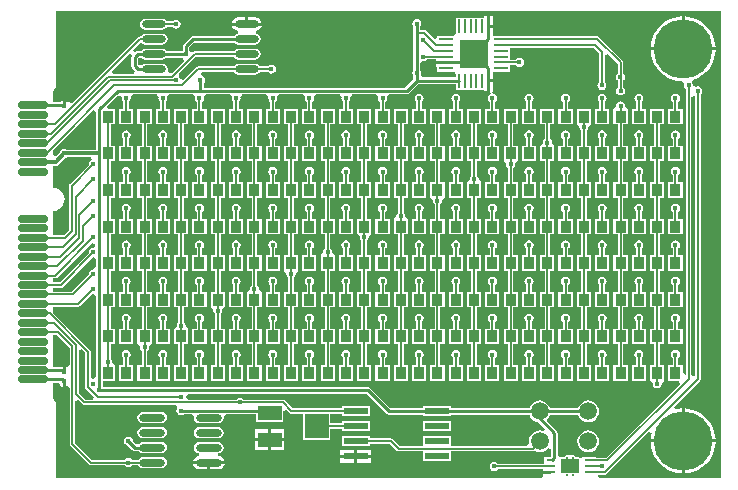
<source format=gtl>
G04 Layer_Physical_Order=1*
G04 Layer_Color=2232046*
%FSLAX25Y25*%
%MOIN*%
G70*
G01*
G75*
%ADD10R,0.09449X0.09449*%
%ADD11R,0.04724X0.00965*%
%ADD12R,0.00965X0.04724*%
G04:AMPARAMS|DCode=13|XSize=23.62mil|YSize=100.39mil|CornerRadius=5.91mil|HoleSize=0mil|Usage=FLASHONLY|Rotation=270.000|XOffset=0mil|YOffset=0mil|HoleType=Round|Shape=RoundedRectangle|*
%AMROUNDEDRECTD13*
21,1,0.02362,0.08858,0,0,270.0*
21,1,0.01181,0.10039,0,0,270.0*
1,1,0.01181,-0.04429,-0.00591*
1,1,0.01181,-0.04429,0.00591*
1,1,0.01181,0.04429,0.00591*
1,1,0.01181,0.04429,-0.00591*
%
%ADD13ROUNDEDRECTD13*%
%ADD14R,0.07874X0.05118*%
%ADD15R,0.07874X0.07874*%
%ADD16O,0.08000X0.02400*%
%ADD17R,0.03543X0.03937*%
%ADD18O,0.08661X0.02362*%
%ADD19R,0.03150X0.00866*%
%ADD20R,0.03150X0.01063*%
%ADD21R,0.08100X0.02200*%
%ADD22C,0.01200*%
%ADD23C,0.01000*%
%ADD24C,0.00600*%
%ADD25C,0.00800*%
%ADD26R,0.05906X0.04724*%
%ADD27R,0.00591X0.00787*%
%ADD28R,0.00591X0.00787*%
%ADD29C,0.19685*%
%ADD30C,0.05906*%
%ADD31C,0.01772*%
G36*
X379013Y471227D02*
X379203Y470102D01*
X375231Y466130D01*
X374451Y466184D01*
X373818Y467095D01*
X373879Y467402D01*
X373740Y468104D01*
X373342Y468699D01*
X372746Y469097D01*
X372044Y469237D01*
X366444D01*
X365742Y469097D01*
X365146Y468699D01*
X364128Y468733D01*
X364031Y468831D01*
Y471000D01*
X364124Y471093D01*
X365146Y471104D01*
X365742Y470706D01*
X366444Y470566D01*
X372044D01*
X372746Y470706D01*
X373342Y471104D01*
X373459Y471278D01*
X378965D01*
X379013Y471227D01*
D02*
G37*
G36*
X362116Y472258D02*
X361873Y471894D01*
X361788Y471465D01*
X361788Y471464D01*
Y468366D01*
X361788Y468366D01*
X361873Y467937D01*
X362116Y467573D01*
X362872Y466818D01*
X362628Y465994D01*
X362498Y465818D01*
X355595D01*
X355212Y466742D01*
X361391Y472920D01*
X362116Y472258D01*
D02*
G37*
G36*
X463367Y470147D02*
X466729D01*
Y469147D01*
X463367D01*
Y468165D01*
X463767D01*
Y466597D01*
X468840D01*
X469702Y466502D01*
X469797Y465640D01*
Y464651D01*
X458921D01*
X458432Y465334D01*
X458326Y465651D01*
X458415Y466100D01*
X458300Y466680D01*
X458022Y467096D01*
Y469356D01*
X459000Y470085D01*
X459580Y470200D01*
X460071Y470529D01*
X460174Y470682D01*
X463367D01*
Y470147D01*
D02*
G37*
G36*
X558173Y331036D02*
X517743D01*
X517326Y332036D01*
X517436Y332147D01*
X519464Y332147D01*
X519816Y332217D01*
X520113Y332416D01*
X534237Y346539D01*
X535143Y346031D01*
X534948Y345219D01*
X534854Y344018D01*
X545191D01*
Y354355D01*
X543989Y354260D01*
X543178Y354065D01*
X542670Y354972D01*
X551231Y363533D01*
X551430Y363830D01*
X551500Y364182D01*
X551500Y459011D01*
X551653Y459114D01*
X551982Y459605D01*
X552097Y460185D01*
X551982Y460765D01*
X551653Y461256D01*
X551162Y461585D01*
X550582Y461700D01*
X550002Y461585D01*
X549927Y461534D01*
X549420Y461775D01*
X548971Y462098D01*
X548880Y462556D01*
X548748Y462753D01*
X549000Y463771D01*
X549052Y463855D01*
X550628Y464508D01*
X552083Y465400D01*
X553381Y466508D01*
X554490Y467806D01*
X555381Y469261D01*
X556034Y470838D01*
X556433Y472497D01*
X556527Y473698D01*
X534854D01*
X534948Y472497D01*
X535347Y470838D01*
X536000Y469261D01*
X536892Y467806D01*
X538000Y466508D01*
X539298Y465400D01*
X540753Y464508D01*
X542330Y463855D01*
X543989Y463456D01*
X545405Y463345D01*
X545766Y462924D01*
X545912Y462702D01*
X546039Y462347D01*
X545965Y461976D01*
X546081Y461397D01*
X546409Y460905D01*
X546563Y460803D01*
Y365529D01*
X546482Y365475D01*
X545482Y366009D01*
Y368710D01*
X544028D01*
Y371070D01*
X544181Y371173D01*
X544510Y371664D01*
X544625Y372244D01*
X544510Y372824D01*
X544181Y373315D01*
X543690Y373644D01*
X543110Y373759D01*
X542530Y373644D01*
X542039Y373315D01*
X541711Y372824D01*
X541595Y372244D01*
X541711Y371664D01*
X542039Y371173D01*
X542193Y371070D01*
Y368710D01*
X540739D01*
Y363573D01*
X544161D01*
X544576Y362573D01*
X519921Y337919D01*
X516481D01*
Y338035D01*
X512328D01*
X512132Y338035D01*
X511131Y337933D01*
X510861Y338045D01*
X509739D01*
Y338183D01*
X509549Y338642D01*
X509090Y338832D01*
X508499D01*
X507909Y338677D01*
X507318Y338832D01*
X506728D01*
X506268Y338642D01*
X506078Y338183D01*
Y338045D01*
X504956D01*
X504854Y338002D01*
X503854Y338518D01*
Y346169D01*
X503854Y346169D01*
X503768Y346599D01*
X503525Y346962D01*
X503525Y346962D01*
X500345Y350143D01*
X500392Y350866D01*
X500962Y351608D01*
X501239Y352278D01*
X510619D01*
X510897Y351608D01*
X511466Y350866D01*
X512208Y350297D01*
X513072Y349939D01*
X514000Y349817D01*
X514927Y349939D01*
X515792Y350297D01*
X516534Y350866D01*
X517103Y351608D01*
X517461Y352473D01*
X517583Y353400D01*
X517461Y354327D01*
X517103Y355192D01*
X516534Y355934D01*
X515792Y356503D01*
X514927Y356861D01*
X514000Y356983D01*
X513072Y356861D01*
X512208Y356503D01*
X511466Y355934D01*
X510897Y355192D01*
X510619Y354521D01*
X501239D01*
X500962Y355192D01*
X500392Y355934D01*
X499650Y356503D01*
X498786Y356861D01*
X497858Y356983D01*
X496931Y356861D01*
X496067Y356503D01*
X495324Y355934D01*
X494755Y355192D01*
X494477Y354521D01*
X468150D01*
Y355100D01*
X458850D01*
Y354521D01*
X448065D01*
X441447Y361139D01*
X441083Y361383D01*
X440654Y361468D01*
X440654Y361468D01*
X352187D01*
Y363573D01*
X356309D01*
Y368710D01*
X356150D01*
X355447Y369710D01*
X355452Y369736D01*
X355337Y370316D01*
X355008Y370807D01*
X354855Y370910D01*
Y375778D01*
X356309D01*
Y380915D01*
X354855D01*
Y387983D01*
X356309D01*
Y393120D01*
X354855D01*
Y400187D01*
X356309D01*
Y405324D01*
X354855D01*
Y412392D01*
X356309D01*
Y417529D01*
X354855D01*
Y424597D01*
X356309D01*
Y429734D01*
X354855D01*
Y436802D01*
X356309D01*
Y441939D01*
X354855D01*
Y449006D01*
X356309D01*
Y454143D01*
X354102D01*
X353720Y455067D01*
X357150Y458497D01*
X357444Y458573D01*
X358399Y458364D01*
X358592Y458016D01*
X358524Y457677D01*
X358640Y457097D01*
X358968Y456606D01*
X359122Y456503D01*
Y454143D01*
X357668D01*
Y449006D01*
X362411D01*
Y454143D01*
X360957D01*
Y456503D01*
X361111Y456606D01*
X361439Y457097D01*
X361554Y457677D01*
X361487Y458016D01*
X361901Y458762D01*
X362134Y459016D01*
X370149D01*
X370382Y458762D01*
X370797Y458016D01*
X370729Y457677D01*
X370845Y457097D01*
X371173Y456606D01*
X371326Y456503D01*
Y454143D01*
X369872D01*
Y449006D01*
X374616D01*
Y454143D01*
X373162D01*
Y456503D01*
X373315Y456606D01*
X373644Y457097D01*
X373759Y457677D01*
X373692Y458016D01*
X374106Y458762D01*
X374339Y459016D01*
X382354D01*
X382587Y458762D01*
X383001Y458016D01*
X382934Y457677D01*
X383049Y457097D01*
X383378Y456606D01*
X383531Y456503D01*
Y454143D01*
X382077D01*
Y449006D01*
X386821D01*
Y454143D01*
X385366D01*
Y456503D01*
X385520Y456606D01*
X385848Y457097D01*
X385964Y457677D01*
X385896Y458016D01*
X386311Y458762D01*
X386544Y459016D01*
X394559D01*
X394792Y458762D01*
X395206Y458016D01*
X395139Y457677D01*
X395254Y457097D01*
X395582Y456606D01*
X395736Y456503D01*
Y454143D01*
X394282D01*
Y449006D01*
X399025D01*
Y454143D01*
X397571D01*
Y456503D01*
X397725Y456606D01*
X398053Y457097D01*
X398168Y457677D01*
X398101Y458016D01*
X398516Y458762D01*
X398748Y459016D01*
X406763D01*
X406996Y458762D01*
X407411Y458016D01*
X407343Y457677D01*
X407459Y457097D01*
X407787Y456606D01*
X407941Y456503D01*
Y454143D01*
X406487D01*
Y449006D01*
X411230D01*
Y454143D01*
X409776D01*
Y456503D01*
X409930Y456606D01*
X410258Y457097D01*
X410373Y457677D01*
X410306Y458016D01*
X410720Y458762D01*
X410953Y459016D01*
X418968D01*
X419201Y458762D01*
X419616Y458016D01*
X419548Y457677D01*
X419663Y457097D01*
X419992Y456606D01*
X420145Y456503D01*
Y454143D01*
X418691D01*
Y449006D01*
X423435D01*
Y454143D01*
X421981D01*
Y456503D01*
X422134Y456606D01*
X422463Y457097D01*
X422578Y457677D01*
X422510Y458016D01*
X422925Y458762D01*
X423158Y459016D01*
X431173D01*
X431406Y458762D01*
X431820Y458016D01*
X431753Y457677D01*
X431868Y457097D01*
X432197Y456606D01*
X432350Y456503D01*
Y454143D01*
X430896D01*
Y449006D01*
X435639D01*
Y454143D01*
X434185D01*
Y456503D01*
X434339Y456606D01*
X434667Y457097D01*
X434783Y457677D01*
X434715Y458016D01*
X435130Y458762D01*
X435363Y459016D01*
X443377D01*
X443610Y458762D01*
X444025Y458016D01*
X443958Y457677D01*
X444073Y457097D01*
X444401Y456606D01*
X444555Y456503D01*
Y454143D01*
X443101D01*
Y449006D01*
X447844D01*
Y454143D01*
X446390D01*
Y456503D01*
X446544Y456606D01*
X446872Y457097D01*
X446987Y457677D01*
X446920Y458016D01*
X447334Y458762D01*
X447567Y459016D01*
X453509D01*
X453509Y459016D01*
X453938Y459102D01*
X454302Y459345D01*
X457365Y462408D01*
X469797D01*
Y460567D01*
X479239D01*
Y460167D01*
X480221D01*
Y463529D01*
X480721D01*
Y464029D01*
X482203D01*
Y466597D01*
X487833D01*
Y468730D01*
X489926D01*
X490029Y468576D01*
X490520Y468248D01*
X491100Y468132D01*
X491680Y468248D01*
X492171Y468576D01*
X492500Y469067D01*
X492615Y469647D01*
X492500Y470227D01*
X492171Y470718D01*
X491680Y471047D01*
X491100Y471162D01*
X490520Y471047D01*
X490029Y470718D01*
X489926Y470565D01*
X487833D01*
Y474635D01*
X515767D01*
X517682Y472720D01*
Y463174D01*
X517529Y463071D01*
X517200Y462580D01*
X517085Y462000D01*
X517200Y461420D01*
X517529Y460929D01*
X518020Y460600D01*
X518600Y460485D01*
X519180Y460600D01*
X519671Y460929D01*
X520000Y461420D01*
X520115Y462000D01*
X520000Y462580D01*
X519671Y463071D01*
X519518Y463174D01*
Y472224D01*
X520518Y472638D01*
X523882Y469274D01*
Y466048D01*
X523704Y465930D01*
X523376Y465438D01*
X523261Y464858D01*
X523376Y464279D01*
X523704Y463787D01*
X523882Y463668D01*
Y461374D01*
X523729Y461271D01*
X523400Y460780D01*
X523285Y460200D01*
X523400Y459620D01*
X523729Y459129D01*
X524220Y458800D01*
X524800Y458685D01*
X525380Y458800D01*
X525871Y459129D01*
X526200Y459620D01*
X526315Y460200D01*
X526200Y460780D01*
X525871Y461271D01*
X525718Y461374D01*
Y463701D01*
X525847Y463787D01*
X526175Y464279D01*
X526291Y464858D01*
X526175Y465438D01*
X525847Y465930D01*
X525718Y466016D01*
Y469654D01*
X525648Y470005D01*
X525449Y470302D01*
X517581Y478170D01*
X517283Y478369D01*
X516932Y478439D01*
X487833D01*
Y478604D01*
X482203D01*
Y481171D01*
X480721D01*
Y481671D01*
X480221D01*
Y485033D01*
X479239D01*
Y484633D01*
X469797D01*
Y479560D01*
X469702Y478698D01*
X468840Y478604D01*
X463767D01*
Y477892D01*
X462767Y477478D01*
X459924Y480321D01*
X459593Y480542D01*
X459203Y480620D01*
X458022D01*
Y481604D01*
X458300Y482020D01*
X458415Y482600D01*
X458300Y483180D01*
X457971Y483671D01*
X457480Y484000D01*
X456900Y484115D01*
X456320Y484000D01*
X455829Y483671D01*
X455500Y483180D01*
X455385Y482600D01*
X455500Y482020D01*
X455778Y481604D01*
Y479600D01*
Y467096D01*
X455500Y466680D01*
X455385Y466100D01*
X455500Y465520D01*
X455778Y465104D01*
Y463994D01*
X453044Y461259D01*
X385877D01*
Y462780D01*
X386156Y463196D01*
X386271Y463776D01*
X386156Y464355D01*
X385827Y464847D01*
X385336Y465175D01*
X385040Y466254D01*
X385178Y466484D01*
X395892D01*
X396146Y466104D01*
X396742Y465706D01*
X397444Y465566D01*
X403044D01*
X403746Y465706D01*
X404342Y466104D01*
X404596Y466484D01*
X407226D01*
X407329Y466330D01*
X407820Y466002D01*
X408400Y465887D01*
X408980Y466002D01*
X409471Y466330D01*
X409800Y466822D01*
X409915Y467402D01*
X409800Y467981D01*
X409471Y468473D01*
X408980Y468801D01*
X408400Y468917D01*
X407820Y468801D01*
X407329Y468473D01*
X407226Y468319D01*
X404596D01*
X404342Y468699D01*
X403746Y469097D01*
X403044Y469237D01*
X397444D01*
X396742Y469097D01*
X396146Y468699D01*
X395892Y468319D01*
X384102D01*
X383750Y468249D01*
X383453Y468050D01*
X379160Y463758D01*
X379128Y463759D01*
X378140Y464152D01*
X378100Y464355D01*
X377771Y464847D01*
X377725Y466029D01*
X383180Y471484D01*
X395892D01*
X396146Y471104D01*
X396742Y470706D01*
X397444Y470566D01*
X403044D01*
X403746Y470706D01*
X404342Y471104D01*
X404740Y471699D01*
X404879Y472402D01*
X404740Y473104D01*
X404342Y473699D01*
X403746Y474097D01*
X403044Y474237D01*
X397444D01*
X396742Y474097D01*
X396146Y473699D01*
X395892Y473319D01*
X382800D01*
X382449Y473249D01*
X382367Y473195D01*
X382227Y473164D01*
X381594Y473237D01*
X381187Y473374D01*
X381121Y473435D01*
Y474665D01*
X382736Y476280D01*
X396029D01*
X396146Y476104D01*
X396742Y475706D01*
X397444Y475566D01*
X403044D01*
X403746Y475706D01*
X404342Y476104D01*
X404740Y476699D01*
X404879Y477402D01*
X404740Y478104D01*
X404342Y478699D01*
X403746Y479097D01*
X403290Y479188D01*
Y480207D01*
X403902Y480329D01*
X404630Y480816D01*
X405116Y481543D01*
X405188Y481902D01*
X400244D01*
X395301D01*
X395372Y481543D01*
X395858Y480816D01*
X396586Y480329D01*
X397198Y480207D01*
Y479188D01*
X396742Y479097D01*
X396146Y478699D01*
X396029Y478523D01*
X382272D01*
X382272Y478523D01*
X381842Y478438D01*
X381479Y478195D01*
X381479Y478195D01*
X379207Y475923D01*
X378964Y475559D01*
X378878Y475130D01*
X378878Y475130D01*
Y473522D01*
X373461D01*
X373342Y473699D01*
X372746Y474097D01*
X372044Y474237D01*
X366444D01*
X365742Y474097D01*
X365146Y473699D01*
X365029Y473523D01*
X363846D01*
X363417Y473438D01*
X363053Y473195D01*
X363053Y473195D01*
X362391Y473920D01*
X364626Y476155D01*
X365146Y476104D01*
X365742Y475706D01*
X366444Y475566D01*
X372044D01*
X372746Y475706D01*
X373342Y476104D01*
X373740Y476699D01*
X373879Y477402D01*
X373740Y478104D01*
X373342Y478699D01*
X372746Y479097D01*
X372044Y479237D01*
X366444D01*
X365742Y479097D01*
X365146Y478699D01*
X364892Y478319D01*
X364575D01*
X364224Y478249D01*
X363926Y478050D01*
X342085Y456209D01*
X340876Y456415D01*
X340781Y456557D01*
X340157Y456973D01*
X339921Y457020D01*
Y455197D01*
X338921D01*
Y457020D01*
X338685Y456973D01*
X338062Y456557D01*
X337982Y456436D01*
X335665D01*
Y460051D01*
X336053Y460556D01*
X336461Y461541D01*
X336600Y462598D01*
X336583D01*
Y486681D01*
X558173D01*
Y331036D01*
D02*
G37*
G36*
X349944Y453232D02*
Y440594D01*
X340265D01*
X340001Y440770D01*
X339421Y440885D01*
X338842Y440770D01*
X338350Y440441D01*
X338022Y439950D01*
X337960Y439639D01*
X336665Y438344D01*
X335665Y438759D01*
Y440368D01*
X348944Y453646D01*
X349944Y453232D01*
D02*
G37*
G36*
X348470Y437221D02*
X348456Y437147D01*
X348007Y436847D01*
X347679Y436355D01*
X347564Y435776D01*
X347600Y435594D01*
X341284Y429279D01*
X341085Y428981D01*
X341015Y428630D01*
Y413963D01*
X339192Y412140D01*
X335665D01*
Y420130D01*
X336671Y420262D01*
X337608Y420650D01*
X338413Y421268D01*
X339031Y422073D01*
X339419Y423010D01*
X339551Y424016D01*
X339419Y425022D01*
X339031Y425959D01*
X338413Y426764D01*
X337608Y427381D01*
X336671Y427769D01*
X335665Y427902D01*
Y435194D01*
X336469D01*
X336937Y435287D01*
X337334Y435552D01*
X339690Y437909D01*
X340001Y437970D01*
X340265Y438146D01*
X348168D01*
X348470Y437221D01*
D02*
G37*
G36*
X349476Y409051D02*
Y408235D01*
X349079Y407865D01*
X348499Y407750D01*
X348007Y407422D01*
X347679Y406930D01*
X347564Y406350D01*
X347600Y406169D01*
X337822Y396392D01*
X335665D01*
Y397706D01*
X336336D01*
X336687Y397776D01*
X336985Y397975D01*
X348476Y409465D01*
X349476Y409051D01*
D02*
G37*
G36*
X349079Y404836D02*
X349944Y404030D01*
Y401481D01*
X349079Y400676D01*
X348499Y400561D01*
X348007Y400233D01*
X347679Y399741D01*
X347564Y399161D01*
X347600Y398980D01*
X341862Y393242D01*
X335665D01*
Y394556D01*
X338202D01*
X338554Y394626D01*
X338851Y394825D01*
X348898Y404872D01*
X349079Y404836D01*
D02*
G37*
G36*
X341182Y374638D02*
Y368791D01*
X340182Y368257D01*
X340129Y368292D01*
X339894Y368339D01*
Y366516D01*
X338894D01*
Y368339D01*
X338658Y368292D01*
X338594Y368249D01*
X335665D01*
Y378808D01*
X337012D01*
X341182Y374638D01*
D02*
G37*
G36*
X549665Y458319D02*
X549664Y365267D01*
X549398Y365090D01*
X548398Y365624D01*
Y458031D01*
X549398Y458524D01*
X549665Y458319D01*
D02*
G37*
G36*
X349079Y392631D02*
X349944Y391826D01*
Y364867D01*
X349079Y364062D01*
X348211Y364865D01*
Y373219D01*
X348141Y373570D01*
X347942Y373868D01*
X335665Y386144D01*
Y388257D01*
X344108D01*
X344459Y388327D01*
X344757Y388526D01*
X348898Y392667D01*
X349079Y392631D01*
D02*
G37*
G36*
X339894Y361586D02*
X340129Y361633D01*
X340182Y361668D01*
X341182Y361134D01*
Y342400D01*
X341252Y342049D01*
X341451Y341751D01*
X347551Y335651D01*
X347849Y335452D01*
X348200Y335382D01*
X359615D01*
X359718Y335229D01*
X360209Y334900D01*
X360789Y334785D01*
X361369Y334900D01*
X361860Y335229D01*
X361963Y335382D01*
X363973D01*
X364217Y335016D01*
X364807Y334622D01*
X365502Y334484D01*
X371801D01*
X372496Y334622D01*
X373085Y335016D01*
X373479Y335605D01*
X373617Y336300D01*
X373479Y336995D01*
X373085Y337584D01*
X372496Y337978D01*
X371801Y338116D01*
X365502D01*
X364807Y337978D01*
X364217Y337584D01*
X363973Y337218D01*
X361963D01*
X361860Y337371D01*
X361369Y337700D01*
X360789Y337815D01*
X360209Y337700D01*
X359718Y337371D01*
X359615Y337218D01*
X348580D01*
X343018Y342780D01*
Y356878D01*
X343941Y357261D01*
X345464Y355738D01*
X345762Y355539D01*
X346113Y355469D01*
X376663D01*
X376894Y355136D01*
X377106Y354469D01*
X376900Y354161D01*
X376785Y353581D01*
X376900Y353001D01*
X377229Y352510D01*
X377720Y352182D01*
X378300Y352066D01*
X378880Y352182D01*
X379296Y352460D01*
X381921D01*
X382615Y351460D01*
X382583Y351300D01*
X382721Y350605D01*
X383115Y350016D01*
X383704Y349622D01*
X384399Y349484D01*
X390698D01*
X391393Y349622D01*
X391983Y350016D01*
X392376Y350605D01*
X392514Y351300D01*
X392483Y351460D01*
X393177Y352460D01*
X403289D01*
Y349768D01*
X412363D01*
Y353555D01*
X413287Y353938D01*
X414473Y352751D01*
X414771Y352552D01*
X415122Y352482D01*
X419037D01*
Y343863D01*
X428111D01*
Y347482D01*
X431850D01*
Y346700D01*
X441150D01*
Y350100D01*
X431850D01*
Y349318D01*
X428111D01*
Y352482D01*
X431850D01*
Y351700D01*
X441150D01*
Y355100D01*
X431850D01*
Y354318D01*
X415503D01*
X412785Y357035D01*
X412487Y357234D01*
X412136Y357304D01*
X399174D01*
X399071Y357458D01*
X398580Y357786D01*
X398000Y357902D01*
X397420Y357786D01*
X396929Y357458D01*
X396826Y357304D01*
X380528D01*
X379814Y358304D01*
X379815Y358307D01*
X380585Y359225D01*
X440189D01*
X446807Y352607D01*
X446807Y352607D01*
X447171Y352364D01*
X447600Y352278D01*
X447600Y352278D01*
X458850D01*
Y351700D01*
X468150D01*
Y352278D01*
X494477D01*
X494755Y351608D01*
X495324Y350866D01*
X496067Y350297D01*
X496931Y349939D01*
X497444Y349871D01*
X499786Y347529D01*
X499220Y346682D01*
X498786Y346861D01*
X497858Y346983D01*
X496931Y346861D01*
X496067Y346503D01*
X495324Y345934D01*
X494755Y345192D01*
X494397Y344327D01*
X494275Y343400D01*
X494351Y342818D01*
X493708Y341818D01*
X468150D01*
Y345100D01*
X458850D01*
Y341818D01*
X451280D01*
X449049Y344049D01*
X448751Y344248D01*
X448400Y344318D01*
X441150D01*
Y345100D01*
X431850D01*
Y341700D01*
X441150D01*
Y342482D01*
X448020D01*
X450251Y340251D01*
X450549Y340052D01*
X450900Y339982D01*
X458850D01*
Y336700D01*
X468150D01*
Y339982D01*
X495558D01*
X495909Y340052D01*
X496195Y340243D01*
X496931Y339939D01*
X497858Y339817D01*
X498786Y339939D01*
X499650Y340297D01*
X500392Y340866D01*
X500611Y341151D01*
X501611Y340812D01*
Y338384D01*
X501458Y338231D01*
X499336D01*
Y335951D01*
X483824D01*
X483721Y336104D01*
X483230Y336433D01*
X482650Y336548D01*
X482070Y336433D01*
X481579Y336104D01*
X481250Y335613D01*
X481135Y335033D01*
X481250Y334453D01*
X481579Y333962D01*
X482070Y333633D01*
X482650Y333518D01*
X483230Y333633D01*
X483721Y333962D01*
X483824Y334115D01*
X498936D01*
Y333565D01*
X501511D01*
Y332565D01*
X498936D01*
Y331631D01*
X498183Y331036D01*
X336583D01*
Y355118D01*
X336600D01*
X336461Y356175D01*
X336053Y357160D01*
X335665Y357666D01*
Y362856D01*
X337581D01*
X337617Y362674D01*
X338034Y362050D01*
X338658Y361633D01*
X338894Y361586D01*
Y363409D01*
X339894D01*
Y361586D01*
D02*
G37*
G36*
X346375Y372839D02*
Y361595D01*
X346445Y361244D01*
X346644Y360946D01*
X349286Y358304D01*
X348872Y357304D01*
X346494D01*
X344218Y359580D01*
Y373690D01*
X345142Y374073D01*
X346375Y372839D01*
D02*
G37*
%LPC*%
G36*
X403044Y484645D02*
X400744D01*
Y482902D01*
X405188D01*
X405116Y483260D01*
X404630Y483988D01*
X403902Y484474D01*
X403044Y484645D01*
D02*
G37*
G36*
X399744D02*
X397444D01*
X396586Y484474D01*
X395858Y483988D01*
X395372Y483260D01*
X395300Y482902D01*
X399744D01*
Y484645D01*
D02*
G37*
G36*
X482203Y485033D02*
X481221D01*
Y482171D01*
X482203D01*
Y485033D01*
D02*
G37*
G36*
X372044Y484237D02*
X366444D01*
X365742Y484097D01*
X365146Y483699D01*
X364749Y483104D01*
X364609Y482402D01*
X364749Y481699D01*
X365146Y481104D01*
X365742Y480706D01*
X366444Y480566D01*
X372044D01*
X372746Y480706D01*
X373342Y481104D01*
X373596Y481484D01*
X375526D01*
X375629Y481330D01*
X376120Y481002D01*
X376700Y480887D01*
X377280Y481002D01*
X377771Y481330D01*
X378100Y481822D01*
X378215Y482402D01*
X378100Y482981D01*
X377771Y483473D01*
X377280Y483801D01*
X376700Y483917D01*
X376120Y483801D01*
X375629Y483473D01*
X375526Y483319D01*
X373596D01*
X373342Y483699D01*
X372746Y484097D01*
X372044Y484237D01*
D02*
G37*
G36*
X546191Y485035D02*
Y474698D01*
X556527D01*
X556433Y475900D01*
X556034Y477559D01*
X555381Y479136D01*
X554490Y480591D01*
X553381Y481889D01*
X552083Y482997D01*
X550628Y483889D01*
X549051Y484542D01*
X547392Y484941D01*
X546191Y485035D01*
D02*
G37*
G36*
X545191D02*
X543989Y484941D01*
X542330Y484542D01*
X540753Y483889D01*
X539298Y482997D01*
X538000Y481889D01*
X536892Y480591D01*
X536000Y479136D01*
X535347Y477559D01*
X534948Y475900D01*
X534854Y474698D01*
X545191D01*
Y485035D01*
D02*
G37*
G36*
X543110Y459192D02*
X542530Y459077D01*
X542039Y458748D01*
X541711Y458257D01*
X541595Y457677D01*
X541711Y457097D01*
X542039Y456606D01*
X542193Y456503D01*
Y454143D01*
X540739D01*
Y449006D01*
X545482D01*
Y454143D01*
X544028D01*
Y456503D01*
X544181Y456606D01*
X544510Y457097D01*
X544625Y457677D01*
X544510Y458257D01*
X544181Y458748D01*
X543690Y459077D01*
X543110Y459192D01*
D02*
G37*
G36*
X530905D02*
X530326Y459077D01*
X529834Y458748D01*
X529506Y458257D01*
X529391Y457677D01*
X529506Y457097D01*
X529834Y456606D01*
X529988Y456503D01*
Y454143D01*
X528534D01*
Y449006D01*
X533277D01*
Y454143D01*
X531823D01*
Y456503D01*
X531977Y456606D01*
X532305Y457097D01*
X532420Y457677D01*
X532305Y458257D01*
X531977Y458748D01*
X531485Y459077D01*
X530905Y459192D01*
D02*
G37*
G36*
X518701D02*
X518121Y459077D01*
X517630Y458748D01*
X517301Y458257D01*
X517186Y457677D01*
X517301Y457097D01*
X517630Y456606D01*
X517783Y456503D01*
Y454143D01*
X516329D01*
Y449006D01*
X521072D01*
Y454143D01*
X519618D01*
Y456503D01*
X519772Y456606D01*
X520100Y457097D01*
X520216Y457677D01*
X520100Y458257D01*
X519772Y458748D01*
X519280Y459077D01*
X518701Y459192D01*
D02*
G37*
G36*
X506496D02*
X505916Y459077D01*
X505425Y458748D01*
X505096Y458257D01*
X504981Y457677D01*
X505096Y457097D01*
X505425Y456606D01*
X505578Y456503D01*
Y454143D01*
X504124D01*
Y449006D01*
X508868D01*
Y454143D01*
X507414D01*
Y456503D01*
X507567Y456606D01*
X507896Y457097D01*
X508011Y457677D01*
X507896Y458257D01*
X507567Y458748D01*
X507076Y459077D01*
X506496Y459192D01*
D02*
G37*
G36*
X494291D02*
X493712Y459077D01*
X493220Y458748D01*
X492892Y458257D01*
X492776Y457677D01*
X492892Y457097D01*
X493220Y456606D01*
X493374Y456503D01*
Y454143D01*
X491920D01*
Y449006D01*
X496663D01*
Y454143D01*
X495209D01*
Y456503D01*
X495363Y456606D01*
X495691Y457097D01*
X495806Y457677D01*
X495691Y458257D01*
X495363Y458748D01*
X494871Y459077D01*
X494291Y459192D01*
D02*
G37*
G36*
X482203Y463029D02*
X481221D01*
Y459752D01*
X481559Y459167D01*
X481550Y459152D01*
X481332Y458960D01*
X481507Y459077D01*
X481507Y459077D01*
X481507Y459077D01*
X481015Y458748D01*
X480687Y458257D01*
X480572Y457677D01*
X480687Y457097D01*
X481015Y456606D01*
X481169Y456503D01*
Y454143D01*
X479715D01*
Y449006D01*
X484458D01*
Y454143D01*
X483004D01*
Y456503D01*
X483158Y456606D01*
X483486Y457097D01*
X483602Y457677D01*
X483486Y458257D01*
X483158Y458748D01*
X482666Y459077D01*
X482633Y459103D01*
X482283Y459418D01*
X482089Y459763D01*
X482204Y460167D01*
X482203Y461025D01*
Y463029D01*
D02*
G37*
G36*
X469882Y459192D02*
X469302Y459077D01*
X468811Y458748D01*
X468482Y458257D01*
X468367Y457677D01*
X468482Y457097D01*
X468811Y456606D01*
X468964Y456503D01*
Y454143D01*
X467510D01*
Y449006D01*
X472254D01*
Y454143D01*
X470799D01*
Y456503D01*
X470953Y456606D01*
X471281Y457097D01*
X471397Y457677D01*
X471281Y458257D01*
X470953Y458748D01*
X470462Y459077D01*
X469882Y459192D01*
D02*
G37*
G36*
X457677D02*
X457097Y459077D01*
X456606Y458748D01*
X456278Y458257D01*
X456162Y457677D01*
X456278Y457097D01*
X456606Y456606D01*
X456760Y456503D01*
Y454143D01*
X455305D01*
Y449006D01*
X460049D01*
Y454143D01*
X458595D01*
Y456503D01*
X458748Y456606D01*
X459077Y457097D01*
X459192Y457677D01*
X459077Y458257D01*
X458748Y458748D01*
X458257Y459077D01*
X457677Y459192D01*
D02*
G37*
G36*
X543110Y446987D02*
X542530Y446872D01*
X542039Y446544D01*
X541711Y446052D01*
X541595Y445472D01*
X541711Y444893D01*
X542039Y444401D01*
X542193Y444299D01*
Y441939D01*
X540739D01*
Y436802D01*
X545482D01*
Y441939D01*
X544028D01*
Y444299D01*
X544181Y444401D01*
X544510Y444893D01*
X544625Y445472D01*
X544510Y446052D01*
X544181Y446544D01*
X543690Y446872D01*
X543110Y446987D01*
D02*
G37*
G36*
X530905D02*
X530326Y446872D01*
X529834Y446544D01*
X529506Y446052D01*
X529391Y445472D01*
X529506Y444893D01*
X529834Y444401D01*
X529988Y444299D01*
Y441939D01*
X528534D01*
Y436802D01*
X533277D01*
Y441939D01*
X531823D01*
Y444299D01*
X531977Y444401D01*
X532305Y444893D01*
X532420Y445472D01*
X532305Y446052D01*
X531977Y446544D01*
X531485Y446872D01*
X530905Y446987D01*
D02*
G37*
G36*
X518701D02*
X518121Y446872D01*
X517630Y446544D01*
X517301Y446052D01*
X517186Y445472D01*
X517301Y444893D01*
X517630Y444401D01*
X517783Y444299D01*
Y441939D01*
X516329D01*
Y436802D01*
X521072D01*
Y441939D01*
X519618D01*
Y444299D01*
X519772Y444401D01*
X520100Y444893D01*
X520216Y445472D01*
X520100Y446052D01*
X519772Y446544D01*
X519280Y446872D01*
X518701Y446987D01*
D02*
G37*
G36*
X506496D02*
X505916Y446872D01*
X505425Y446544D01*
X505096Y446052D01*
X504981Y445472D01*
X505096Y444893D01*
X505425Y444401D01*
X505578Y444299D01*
Y441939D01*
X504124D01*
Y436802D01*
X508868D01*
Y441939D01*
X507414D01*
Y444299D01*
X507567Y444401D01*
X507896Y444893D01*
X508011Y445472D01*
X507896Y446052D01*
X507567Y446544D01*
X507076Y446872D01*
X506496Y446987D01*
D02*
G37*
G36*
X494291D02*
X493712Y446872D01*
X493220Y446544D01*
X492892Y446052D01*
X492776Y445472D01*
X492892Y444893D01*
X493220Y444401D01*
X493374Y444299D01*
Y441939D01*
X491920D01*
Y436802D01*
X496663D01*
Y441939D01*
X495209D01*
Y444299D01*
X495363Y444401D01*
X495691Y444893D01*
X495806Y445472D01*
X495691Y446052D01*
X495363Y446544D01*
X494871Y446872D01*
X494291Y446987D01*
D02*
G37*
G36*
X482087D02*
X481507Y446872D01*
X481015Y446544D01*
X480687Y446052D01*
X480572Y445472D01*
X480687Y444893D01*
X481015Y444401D01*
X481169Y444299D01*
Y441939D01*
X479715D01*
Y436802D01*
X484458D01*
Y441939D01*
X483004D01*
Y444299D01*
X483158Y444401D01*
X483486Y444893D01*
X483602Y445472D01*
X483486Y446052D01*
X483158Y446544D01*
X482666Y446872D01*
X482087Y446987D01*
D02*
G37*
G36*
X469882D02*
X469302Y446872D01*
X468811Y446544D01*
X468482Y446052D01*
X468367Y445472D01*
X468482Y444893D01*
X468811Y444401D01*
X468964Y444299D01*
Y441939D01*
X467510D01*
Y436802D01*
X472254D01*
Y441939D01*
X470799D01*
Y444299D01*
X470953Y444401D01*
X471281Y444893D01*
X471397Y445472D01*
X471281Y446052D01*
X470953Y446544D01*
X470462Y446872D01*
X469882Y446987D01*
D02*
G37*
G36*
X457677D02*
X457097Y446872D01*
X456606Y446544D01*
X456278Y446052D01*
X456162Y445472D01*
X456278Y444893D01*
X456606Y444401D01*
X456760Y444299D01*
Y441939D01*
X455305D01*
Y436802D01*
X460049D01*
Y441939D01*
X458595D01*
Y444299D01*
X458748Y444401D01*
X459077Y444893D01*
X459192Y445472D01*
X459077Y446052D01*
X458748Y446544D01*
X458257Y446872D01*
X457677Y446987D01*
D02*
G37*
G36*
X445472D02*
X444893Y446872D01*
X444401Y446544D01*
X444073Y446052D01*
X443958Y445472D01*
X444073Y444893D01*
X444401Y444401D01*
X444555Y444299D01*
Y441939D01*
X443101D01*
Y436802D01*
X447844D01*
Y441939D01*
X446390D01*
Y444299D01*
X446544Y444401D01*
X446872Y444893D01*
X446987Y445472D01*
X446872Y446052D01*
X446544Y446544D01*
X446052Y446872D01*
X445472Y446987D01*
D02*
G37*
G36*
X433268D02*
X432688Y446872D01*
X432197Y446544D01*
X431868Y446052D01*
X431753Y445472D01*
X431868Y444893D01*
X432197Y444401D01*
X432350Y444299D01*
Y441939D01*
X430896D01*
Y436802D01*
X435639D01*
Y441939D01*
X434185D01*
Y444299D01*
X434339Y444401D01*
X434667Y444893D01*
X434783Y445472D01*
X434667Y446052D01*
X434339Y446544D01*
X433848Y446872D01*
X433268Y446987D01*
D02*
G37*
G36*
X421063D02*
X420483Y446872D01*
X419992Y446544D01*
X419663Y446052D01*
X419548Y445472D01*
X419663Y444893D01*
X419992Y444401D01*
X420145Y444299D01*
Y441939D01*
X418691D01*
Y436802D01*
X423435D01*
Y441939D01*
X421981D01*
Y444299D01*
X422134Y444401D01*
X422463Y444893D01*
X422578Y445472D01*
X422463Y446052D01*
X422134Y446544D01*
X421643Y446872D01*
X421063Y446987D01*
D02*
G37*
G36*
X408858D02*
X408279Y446872D01*
X407787Y446544D01*
X407459Y446052D01*
X407343Y445472D01*
X407459Y444893D01*
X407787Y444401D01*
X407941Y444299D01*
Y441939D01*
X406487D01*
Y436802D01*
X411230D01*
Y441939D01*
X409776D01*
Y444299D01*
X409930Y444401D01*
X410258Y444893D01*
X410373Y445472D01*
X410258Y446052D01*
X409930Y446544D01*
X409438Y446872D01*
X408858Y446987D01*
D02*
G37*
G36*
X396654D02*
X396074Y446872D01*
X395582Y446544D01*
X395254Y446052D01*
X395139Y445472D01*
X395254Y444893D01*
X395582Y444401D01*
X395736Y444299D01*
Y441939D01*
X394282D01*
Y436802D01*
X399025D01*
Y441939D01*
X397571D01*
Y444299D01*
X397725Y444401D01*
X398053Y444893D01*
X398168Y445472D01*
X398053Y446052D01*
X397725Y446544D01*
X397233Y446872D01*
X396654Y446987D01*
D02*
G37*
G36*
X384449D02*
X383869Y446872D01*
X383378Y446544D01*
X383049Y446052D01*
X382934Y445472D01*
X383049Y444893D01*
X383378Y444401D01*
X383531Y444299D01*
Y441939D01*
X382077D01*
Y436802D01*
X386821D01*
Y441939D01*
X385366D01*
Y444299D01*
X385520Y444401D01*
X385848Y444893D01*
X385964Y445472D01*
X385848Y446052D01*
X385520Y446544D01*
X385029Y446872D01*
X384449Y446987D01*
D02*
G37*
G36*
X372244D02*
X371664Y446872D01*
X371173Y446544D01*
X370845Y446052D01*
X370729Y445472D01*
X370845Y444893D01*
X371173Y444401D01*
X371326Y444299D01*
Y441939D01*
X369872D01*
Y436802D01*
X374616D01*
Y441939D01*
X373162D01*
Y444299D01*
X373315Y444401D01*
X373644Y444893D01*
X373759Y445472D01*
X373644Y446052D01*
X373315Y446544D01*
X372824Y446872D01*
X372244Y446987D01*
D02*
G37*
G36*
X360039D02*
X359460Y446872D01*
X358968Y446544D01*
X358640Y446052D01*
X358524Y445472D01*
X358640Y444893D01*
X358968Y444401D01*
X359122Y444299D01*
Y441939D01*
X357668D01*
Y436802D01*
X362411D01*
Y441939D01*
X360957D01*
Y444299D01*
X361111Y444401D01*
X361439Y444893D01*
X361554Y445472D01*
X361439Y446052D01*
X361111Y446544D01*
X360619Y446872D01*
X360039Y446987D01*
D02*
G37*
G36*
X543110Y434783D02*
X542530Y434667D01*
X542039Y434339D01*
X541711Y433848D01*
X541595Y433268D01*
X541711Y432688D01*
X542039Y432197D01*
X542193Y432094D01*
Y429734D01*
X540739D01*
Y424597D01*
X545482D01*
Y429734D01*
X544028D01*
Y432094D01*
X544181Y432197D01*
X544510Y432688D01*
X544625Y433268D01*
X544510Y433848D01*
X544181Y434339D01*
X543690Y434667D01*
X543110Y434783D01*
D02*
G37*
G36*
X530905D02*
X530326Y434667D01*
X529834Y434339D01*
X529506Y433848D01*
X529391Y433268D01*
X529506Y432688D01*
X529834Y432197D01*
X529988Y432094D01*
Y429734D01*
X528534D01*
Y424597D01*
X533277D01*
Y429734D01*
X531823D01*
Y432094D01*
X531977Y432197D01*
X532305Y432688D01*
X532420Y433268D01*
X532305Y433848D01*
X531977Y434339D01*
X531485Y434667D01*
X530905Y434783D01*
D02*
G37*
G36*
X518701D02*
X518121Y434667D01*
X517630Y434339D01*
X517301Y433848D01*
X517186Y433268D01*
X517301Y432688D01*
X517630Y432197D01*
X517783Y432094D01*
Y429734D01*
X516329D01*
Y424597D01*
X521072D01*
Y429734D01*
X519618D01*
Y432094D01*
X519772Y432197D01*
X520100Y432688D01*
X520216Y433268D01*
X520100Y433848D01*
X519772Y434339D01*
X519280Y434667D01*
X518701Y434783D01*
D02*
G37*
G36*
X506496D02*
X505916Y434667D01*
X505425Y434339D01*
X505096Y433848D01*
X504981Y433268D01*
X505096Y432688D01*
X505425Y432197D01*
X505578Y432094D01*
Y429734D01*
X504124D01*
Y424597D01*
X508868D01*
Y429734D01*
X507414D01*
Y432094D01*
X507567Y432197D01*
X507896Y432688D01*
X508011Y433268D01*
X507896Y433848D01*
X507567Y434339D01*
X507076Y434667D01*
X506496Y434783D01*
D02*
G37*
G36*
X494291D02*
X493712Y434667D01*
X493220Y434339D01*
X492892Y433848D01*
X492776Y433268D01*
X492892Y432688D01*
X493220Y432197D01*
X493374Y432094D01*
Y429734D01*
X491920D01*
Y424597D01*
X496663D01*
Y429734D01*
X495209D01*
Y432094D01*
X495363Y432197D01*
X495691Y432688D01*
X495806Y433268D01*
X495691Y433848D01*
X495363Y434339D01*
X494871Y434667D01*
X494291Y434783D01*
D02*
G37*
G36*
X482087D02*
X481507Y434667D01*
X481015Y434339D01*
X480687Y433848D01*
X480572Y433268D01*
X480687Y432688D01*
X481015Y432197D01*
X481169Y432094D01*
Y429734D01*
X479715D01*
Y424597D01*
X484458D01*
Y429734D01*
X483004D01*
Y432094D01*
X483158Y432197D01*
X483486Y432688D01*
X483602Y433268D01*
X483486Y433848D01*
X483158Y434339D01*
X482666Y434667D01*
X482087Y434783D01*
D02*
G37*
G36*
X469882D02*
X469302Y434667D01*
X468811Y434339D01*
X468482Y433848D01*
X468367Y433268D01*
X468482Y432688D01*
X468811Y432197D01*
X468964Y432094D01*
Y429734D01*
X467510D01*
Y424597D01*
X472254D01*
Y429734D01*
X470799D01*
Y432094D01*
X470953Y432197D01*
X471281Y432688D01*
X471397Y433268D01*
X471281Y433848D01*
X470953Y434339D01*
X470462Y434667D01*
X469882Y434783D01*
D02*
G37*
G36*
X457677D02*
X457097Y434667D01*
X456606Y434339D01*
X456278Y433848D01*
X456162Y433268D01*
X456278Y432688D01*
X456606Y432197D01*
X456760Y432094D01*
Y429734D01*
X455305D01*
Y424597D01*
X460049D01*
Y429734D01*
X458595D01*
Y432094D01*
X458748Y432197D01*
X459077Y432688D01*
X459192Y433268D01*
X459077Y433848D01*
X458748Y434339D01*
X458257Y434667D01*
X457677Y434783D01*
D02*
G37*
G36*
X445472D02*
X444893Y434667D01*
X444401Y434339D01*
X444073Y433848D01*
X443958Y433268D01*
X444073Y432688D01*
X444401Y432197D01*
X444555Y432094D01*
Y429734D01*
X443101D01*
Y424597D01*
X447844D01*
Y429734D01*
X446390D01*
Y432094D01*
X446544Y432197D01*
X446872Y432688D01*
X446987Y433268D01*
X446872Y433848D01*
X446544Y434339D01*
X446052Y434667D01*
X445472Y434783D01*
D02*
G37*
G36*
X433268D02*
X432688Y434667D01*
X432197Y434339D01*
X431868Y433848D01*
X431753Y433268D01*
X431868Y432688D01*
X432197Y432197D01*
X432350Y432094D01*
Y429734D01*
X430896D01*
Y424597D01*
X435639D01*
Y429734D01*
X434185D01*
Y432094D01*
X434339Y432197D01*
X434667Y432688D01*
X434783Y433268D01*
X434667Y433848D01*
X434339Y434339D01*
X433848Y434667D01*
X433268Y434783D01*
D02*
G37*
G36*
X421063D02*
X420483Y434667D01*
X419992Y434339D01*
X419663Y433848D01*
X419548Y433268D01*
X419663Y432688D01*
X419992Y432197D01*
X420145Y432094D01*
Y429734D01*
X418691D01*
Y424597D01*
X423435D01*
Y429734D01*
X421981D01*
Y432094D01*
X422134Y432197D01*
X422463Y432688D01*
X422578Y433268D01*
X422463Y433848D01*
X422134Y434339D01*
X421643Y434667D01*
X421063Y434783D01*
D02*
G37*
G36*
X408858D02*
X408279Y434667D01*
X407787Y434339D01*
X407459Y433848D01*
X407343Y433268D01*
X407459Y432688D01*
X407787Y432197D01*
X407941Y432094D01*
Y429734D01*
X406487D01*
Y424597D01*
X411230D01*
Y429734D01*
X409776D01*
Y432094D01*
X409930Y432197D01*
X410258Y432688D01*
X410373Y433268D01*
X410258Y433848D01*
X409930Y434339D01*
X409438Y434667D01*
X408858Y434783D01*
D02*
G37*
G36*
X396654D02*
X396074Y434667D01*
X395582Y434339D01*
X395254Y433848D01*
X395139Y433268D01*
X395254Y432688D01*
X395582Y432197D01*
X395736Y432094D01*
Y429734D01*
X394282D01*
Y424597D01*
X399025D01*
Y429734D01*
X397571D01*
Y432094D01*
X397725Y432197D01*
X398053Y432688D01*
X398168Y433268D01*
X398053Y433848D01*
X397725Y434339D01*
X397233Y434667D01*
X396654Y434783D01*
D02*
G37*
G36*
X384449D02*
X383869Y434667D01*
X383378Y434339D01*
X383049Y433848D01*
X382934Y433268D01*
X383049Y432688D01*
X383378Y432197D01*
X383531Y432094D01*
Y429734D01*
X382077D01*
Y424597D01*
X386821D01*
Y429734D01*
X385366D01*
Y432094D01*
X385520Y432197D01*
X385848Y432688D01*
X385964Y433268D01*
X385848Y433848D01*
X385520Y434339D01*
X385029Y434667D01*
X384449Y434783D01*
D02*
G37*
G36*
X372244D02*
X371664Y434667D01*
X371173Y434339D01*
X370845Y433848D01*
X370729Y433268D01*
X370845Y432688D01*
X371173Y432197D01*
X371326Y432094D01*
Y429734D01*
X369872D01*
Y424597D01*
X374616D01*
Y429734D01*
X373162D01*
Y432094D01*
X373315Y432197D01*
X373644Y432688D01*
X373759Y433268D01*
X373644Y433848D01*
X373315Y434339D01*
X372824Y434667D01*
X372244Y434783D01*
D02*
G37*
G36*
X360039D02*
X359460Y434667D01*
X358968Y434339D01*
X358640Y433848D01*
X358524Y433268D01*
X358640Y432688D01*
X358968Y432197D01*
X359122Y432094D01*
Y429734D01*
X357668D01*
Y424597D01*
X362411D01*
Y429734D01*
X360957D01*
Y432094D01*
X361111Y432197D01*
X361439Y432688D01*
X361554Y433268D01*
X361439Y433848D01*
X361111Y434339D01*
X360619Y434667D01*
X360039Y434783D01*
D02*
G37*
G36*
X543110Y422578D02*
X542530Y422463D01*
X542039Y422134D01*
X541711Y421643D01*
X541595Y421063D01*
X541711Y420483D01*
X542039Y419992D01*
X542193Y419889D01*
Y417529D01*
X540739D01*
Y412392D01*
X545482D01*
Y417529D01*
X544028D01*
Y419889D01*
X544181Y419992D01*
X544510Y420483D01*
X544625Y421063D01*
X544510Y421643D01*
X544181Y422134D01*
X543690Y422463D01*
X543110Y422578D01*
D02*
G37*
G36*
X530905D02*
X530326Y422463D01*
X529834Y422134D01*
X529506Y421643D01*
X529391Y421063D01*
X529506Y420483D01*
X529834Y419992D01*
X529988Y419889D01*
Y417529D01*
X528534D01*
Y412392D01*
X533277D01*
Y417529D01*
X531823D01*
Y419889D01*
X531977Y419992D01*
X532305Y420483D01*
X532420Y421063D01*
X532305Y421643D01*
X531977Y422134D01*
X531485Y422463D01*
X530905Y422578D01*
D02*
G37*
G36*
X518701D02*
X518121Y422463D01*
X517630Y422134D01*
X517301Y421643D01*
X517186Y421063D01*
X517301Y420483D01*
X517630Y419992D01*
X517783Y419889D01*
Y417529D01*
X516329D01*
Y412392D01*
X521072D01*
Y417529D01*
X519618D01*
Y419889D01*
X519772Y419992D01*
X520100Y420483D01*
X520216Y421063D01*
X520100Y421643D01*
X519772Y422134D01*
X519280Y422463D01*
X518701Y422578D01*
D02*
G37*
G36*
X506496D02*
X505916Y422463D01*
X505425Y422134D01*
X505096Y421643D01*
X504981Y421063D01*
X505096Y420483D01*
X505425Y419992D01*
X505578Y419889D01*
Y417529D01*
X504124D01*
Y412392D01*
X508868D01*
Y417529D01*
X507414D01*
Y419889D01*
X507567Y419992D01*
X507896Y420483D01*
X508011Y421063D01*
X507896Y421643D01*
X507567Y422134D01*
X507076Y422463D01*
X506496Y422578D01*
D02*
G37*
G36*
X494291D02*
X493712Y422463D01*
X493220Y422134D01*
X492892Y421643D01*
X492776Y421063D01*
X492892Y420483D01*
X493220Y419992D01*
X493374Y419889D01*
Y417529D01*
X491920D01*
Y412392D01*
X496663D01*
Y417529D01*
X495209D01*
Y419889D01*
X495363Y419992D01*
X495691Y420483D01*
X495806Y421063D01*
X495691Y421643D01*
X495363Y422134D01*
X494871Y422463D01*
X494291Y422578D01*
D02*
G37*
G36*
X482087D02*
X481507Y422463D01*
X481015Y422134D01*
X480687Y421643D01*
X480572Y421063D01*
X480687Y420483D01*
X481015Y419992D01*
X481169Y419889D01*
Y417529D01*
X479715D01*
Y412392D01*
X484458D01*
Y417529D01*
X483004D01*
Y419889D01*
X483158Y419992D01*
X483486Y420483D01*
X483602Y421063D01*
X483486Y421643D01*
X483158Y422134D01*
X482666Y422463D01*
X482087Y422578D01*
D02*
G37*
G36*
X469882D02*
X469302Y422463D01*
X468811Y422134D01*
X468482Y421643D01*
X468367Y421063D01*
X468482Y420483D01*
X468811Y419992D01*
X468964Y419889D01*
Y417529D01*
X467510D01*
Y412392D01*
X472254D01*
Y417529D01*
X470799D01*
Y419889D01*
X470953Y419992D01*
X471281Y420483D01*
X471397Y421063D01*
X471281Y421643D01*
X470953Y422134D01*
X470462Y422463D01*
X469882Y422578D01*
D02*
G37*
G36*
X457677D02*
X457097Y422463D01*
X456606Y422134D01*
X456278Y421643D01*
X456162Y421063D01*
X456278Y420483D01*
X456606Y419992D01*
X456760Y419889D01*
Y417529D01*
X455305D01*
Y412392D01*
X460049D01*
Y417529D01*
X458595D01*
Y419889D01*
X458748Y419992D01*
X459077Y420483D01*
X459192Y421063D01*
X459077Y421643D01*
X458748Y422134D01*
X458257Y422463D01*
X457677Y422578D01*
D02*
G37*
G36*
X445472D02*
X444893Y422463D01*
X444401Y422134D01*
X444073Y421643D01*
X443958Y421063D01*
X444073Y420483D01*
X444401Y419992D01*
X444555Y419889D01*
Y417529D01*
X443101D01*
Y412392D01*
X447844D01*
Y417529D01*
X446390D01*
Y419889D01*
X446544Y419992D01*
X446872Y420483D01*
X446987Y421063D01*
X446872Y421643D01*
X446544Y422134D01*
X446052Y422463D01*
X445472Y422578D01*
D02*
G37*
G36*
X433268D02*
X432688Y422463D01*
X432197Y422134D01*
X431868Y421643D01*
X431753Y421063D01*
X431868Y420483D01*
X432197Y419992D01*
X432350Y419889D01*
Y417529D01*
X430896D01*
Y412392D01*
X435639D01*
Y417529D01*
X434185D01*
Y419889D01*
X434339Y419992D01*
X434667Y420483D01*
X434783Y421063D01*
X434667Y421643D01*
X434339Y422134D01*
X433848Y422463D01*
X433268Y422578D01*
D02*
G37*
G36*
X421063D02*
X420483Y422463D01*
X419992Y422134D01*
X419663Y421643D01*
X419548Y421063D01*
X419663Y420483D01*
X419992Y419992D01*
X420145Y419889D01*
Y417529D01*
X418691D01*
Y412392D01*
X423435D01*
Y417529D01*
X421981D01*
Y419889D01*
X422134Y419992D01*
X422463Y420483D01*
X422578Y421063D01*
X422463Y421643D01*
X422134Y422134D01*
X421643Y422463D01*
X421063Y422578D01*
D02*
G37*
G36*
X408858D02*
X408279Y422463D01*
X407787Y422134D01*
X407459Y421643D01*
X407343Y421063D01*
X407459Y420483D01*
X407787Y419992D01*
X407941Y419889D01*
Y417529D01*
X406487D01*
Y412392D01*
X411230D01*
Y417529D01*
X409776D01*
Y419889D01*
X409930Y419992D01*
X410258Y420483D01*
X410373Y421063D01*
X410258Y421643D01*
X409930Y422134D01*
X409438Y422463D01*
X408858Y422578D01*
D02*
G37*
G36*
X396654D02*
X396074Y422463D01*
X395582Y422134D01*
X395254Y421643D01*
X395139Y421063D01*
X395254Y420483D01*
X395582Y419992D01*
X395736Y419889D01*
Y417529D01*
X394282D01*
Y412392D01*
X399025D01*
Y417529D01*
X397571D01*
Y419889D01*
X397725Y419992D01*
X398053Y420483D01*
X398168Y421063D01*
X398053Y421643D01*
X397725Y422134D01*
X397233Y422463D01*
X396654Y422578D01*
D02*
G37*
G36*
X384449D02*
X383869Y422463D01*
X383378Y422134D01*
X383049Y421643D01*
X382934Y421063D01*
X383049Y420483D01*
X383378Y419992D01*
X383531Y419889D01*
Y417529D01*
X382077D01*
Y412392D01*
X386821D01*
Y417529D01*
X385366D01*
Y419889D01*
X385520Y419992D01*
X385848Y420483D01*
X385964Y421063D01*
X385848Y421643D01*
X385520Y422134D01*
X385029Y422463D01*
X384449Y422578D01*
D02*
G37*
G36*
X372244D02*
X371664Y422463D01*
X371173Y422134D01*
X370845Y421643D01*
X370729Y421063D01*
X370845Y420483D01*
X371173Y419992D01*
X371326Y419889D01*
Y417529D01*
X369872D01*
Y412392D01*
X374616D01*
Y417529D01*
X373162D01*
Y419889D01*
X373315Y419992D01*
X373644Y420483D01*
X373759Y421063D01*
X373644Y421643D01*
X373315Y422134D01*
X372824Y422463D01*
X372244Y422578D01*
D02*
G37*
G36*
X360039D02*
X359460Y422463D01*
X358968Y422134D01*
X358640Y421643D01*
X358524Y421063D01*
X358640Y420483D01*
X358968Y419992D01*
X359122Y419889D01*
Y417529D01*
X357668D01*
Y412392D01*
X362411D01*
Y417529D01*
X360957D01*
Y419889D01*
X361111Y419992D01*
X361439Y420483D01*
X361554Y421063D01*
X361439Y421643D01*
X361111Y422134D01*
X360619Y422463D01*
X360039Y422578D01*
D02*
G37*
G36*
X543110Y410373D02*
X542530Y410258D01*
X542039Y409930D01*
X541711Y409438D01*
X541595Y408858D01*
X541711Y408279D01*
X542039Y407787D01*
X542193Y407684D01*
Y405324D01*
X540739D01*
Y400187D01*
X545482D01*
Y405324D01*
X544028D01*
Y407684D01*
X544181Y407787D01*
X544510Y408279D01*
X544625Y408858D01*
X544510Y409438D01*
X544181Y409930D01*
X543690Y410258D01*
X543110Y410373D01*
D02*
G37*
G36*
X530905D02*
X530326Y410258D01*
X529834Y409930D01*
X529506Y409438D01*
X529391Y408858D01*
X529506Y408279D01*
X529834Y407787D01*
X529988Y407684D01*
Y405324D01*
X528534D01*
Y400187D01*
X533277D01*
Y405324D01*
X531823D01*
Y407684D01*
X531977Y407787D01*
X532305Y408279D01*
X532420Y408858D01*
X532305Y409438D01*
X531977Y409930D01*
X531485Y410258D01*
X530905Y410373D01*
D02*
G37*
G36*
X518701D02*
X518121Y410258D01*
X517630Y409930D01*
X517301Y409438D01*
X517186Y408858D01*
X517301Y408279D01*
X517630Y407787D01*
X517783Y407684D01*
Y405324D01*
X516329D01*
Y400187D01*
X521072D01*
Y405324D01*
X519618D01*
Y407684D01*
X519772Y407787D01*
X520100Y408279D01*
X520216Y408858D01*
X520100Y409438D01*
X519772Y409930D01*
X519280Y410258D01*
X518701Y410373D01*
D02*
G37*
G36*
X506496D02*
X505916Y410258D01*
X505425Y409930D01*
X505096Y409438D01*
X504981Y408858D01*
X505096Y408279D01*
X505425Y407787D01*
X505578Y407684D01*
Y405324D01*
X504124D01*
Y400187D01*
X508868D01*
Y405324D01*
X507414D01*
Y407684D01*
X507567Y407787D01*
X507896Y408279D01*
X508011Y408858D01*
X507896Y409438D01*
X507567Y409930D01*
X507076Y410258D01*
X506496Y410373D01*
D02*
G37*
G36*
X494291D02*
X493712Y410258D01*
X493220Y409930D01*
X492892Y409438D01*
X492776Y408858D01*
X492892Y408279D01*
X493220Y407787D01*
X493374Y407684D01*
Y405324D01*
X491920D01*
Y400187D01*
X496663D01*
Y405324D01*
X495209D01*
Y407684D01*
X495363Y407787D01*
X495691Y408279D01*
X495806Y408858D01*
X495691Y409438D01*
X495363Y409930D01*
X494871Y410258D01*
X494291Y410373D01*
D02*
G37*
G36*
X482087D02*
X481507Y410258D01*
X481015Y409930D01*
X480687Y409438D01*
X480572Y408858D01*
X480687Y408279D01*
X481015Y407787D01*
X481169Y407684D01*
Y405324D01*
X479715D01*
Y400187D01*
X484458D01*
Y405324D01*
X483004D01*
Y407684D01*
X483158Y407787D01*
X483486Y408279D01*
X483602Y408858D01*
X483486Y409438D01*
X483158Y409930D01*
X482666Y410258D01*
X482087Y410373D01*
D02*
G37*
G36*
X469882D02*
X469302Y410258D01*
X468811Y409930D01*
X468482Y409438D01*
X468367Y408858D01*
X468482Y408279D01*
X468811Y407787D01*
X468964Y407684D01*
Y405324D01*
X467510D01*
Y400187D01*
X472254D01*
Y405324D01*
X470799D01*
Y407684D01*
X470953Y407787D01*
X471281Y408279D01*
X471397Y408858D01*
X471281Y409438D01*
X470953Y409930D01*
X470462Y410258D01*
X469882Y410373D01*
D02*
G37*
G36*
X457677D02*
X457097Y410258D01*
X456606Y409930D01*
X456278Y409438D01*
X456162Y408858D01*
X456278Y408279D01*
X456606Y407787D01*
X456760Y407684D01*
Y405324D01*
X455305D01*
Y400187D01*
X460049D01*
Y405324D01*
X458595D01*
Y407684D01*
X458748Y407787D01*
X459077Y408279D01*
X459192Y408858D01*
X459077Y409438D01*
X458748Y409930D01*
X458257Y410258D01*
X457677Y410373D01*
D02*
G37*
G36*
X445472D02*
X444893Y410258D01*
X444401Y409930D01*
X444073Y409438D01*
X443958Y408858D01*
X444073Y408279D01*
X444401Y407787D01*
X444555Y407684D01*
Y405324D01*
X443101D01*
Y400187D01*
X447844D01*
Y405324D01*
X446390D01*
Y407684D01*
X446544Y407787D01*
X446872Y408279D01*
X446987Y408858D01*
X446872Y409438D01*
X446544Y409930D01*
X446052Y410258D01*
X445472Y410373D01*
D02*
G37*
G36*
X433268D02*
X432688Y410258D01*
X432197Y409930D01*
X431868Y409438D01*
X431753Y408858D01*
X431868Y408279D01*
X432197Y407787D01*
X432350Y407684D01*
Y405324D01*
X430896D01*
Y400187D01*
X435639D01*
Y405324D01*
X434185D01*
Y407684D01*
X434339Y407787D01*
X434667Y408279D01*
X434783Y408858D01*
X434667Y409438D01*
X434339Y409930D01*
X433848Y410258D01*
X433268Y410373D01*
D02*
G37*
G36*
X421063D02*
X420483Y410258D01*
X419992Y409930D01*
X419663Y409438D01*
X419548Y408858D01*
X419663Y408279D01*
X419992Y407787D01*
X420145Y407684D01*
Y405324D01*
X418691D01*
Y400187D01*
X423435D01*
Y405324D01*
X421981D01*
Y407684D01*
X422134Y407787D01*
X422463Y408279D01*
X422578Y408858D01*
X422463Y409438D01*
X422134Y409930D01*
X421643Y410258D01*
X421063Y410373D01*
D02*
G37*
G36*
X408858D02*
X408279Y410258D01*
X407787Y409930D01*
X407459Y409438D01*
X407343Y408858D01*
X407459Y408279D01*
X407787Y407787D01*
X407941Y407684D01*
Y405324D01*
X406487D01*
Y400187D01*
X411230D01*
Y405324D01*
X409776D01*
Y407684D01*
X409930Y407787D01*
X410258Y408279D01*
X410373Y408858D01*
X410258Y409438D01*
X409930Y409930D01*
X409438Y410258D01*
X408858Y410373D01*
D02*
G37*
G36*
X396654D02*
X396074Y410258D01*
X395582Y409930D01*
X395254Y409438D01*
X395139Y408858D01*
X395254Y408279D01*
X395582Y407787D01*
X395736Y407684D01*
Y405324D01*
X394282D01*
Y400187D01*
X399025D01*
Y405324D01*
X397571D01*
Y407684D01*
X397725Y407787D01*
X398053Y408279D01*
X398168Y408858D01*
X398053Y409438D01*
X397725Y409930D01*
X397233Y410258D01*
X396654Y410373D01*
D02*
G37*
G36*
X384449D02*
X383869Y410258D01*
X383378Y409930D01*
X383049Y409438D01*
X382934Y408858D01*
X383049Y408279D01*
X383378Y407787D01*
X383531Y407684D01*
Y405324D01*
X382077D01*
Y400187D01*
X386821D01*
Y405324D01*
X385366D01*
Y407684D01*
X385520Y407787D01*
X385848Y408279D01*
X385964Y408858D01*
X385848Y409438D01*
X385520Y409930D01*
X385029Y410258D01*
X384449Y410373D01*
D02*
G37*
G36*
X372244D02*
X371664Y410258D01*
X371173Y409930D01*
X370845Y409438D01*
X370729Y408858D01*
X370845Y408279D01*
X371173Y407787D01*
X371326Y407684D01*
Y405324D01*
X369872D01*
Y400187D01*
X374616D01*
Y405324D01*
X373162D01*
Y407684D01*
X373315Y407787D01*
X373644Y408279D01*
X373759Y408858D01*
X373644Y409438D01*
X373315Y409930D01*
X372824Y410258D01*
X372244Y410373D01*
D02*
G37*
G36*
X360039D02*
X359460Y410258D01*
X358968Y409930D01*
X358640Y409438D01*
X358524Y408858D01*
X358640Y408279D01*
X358968Y407787D01*
X359122Y407684D01*
Y405324D01*
X357668D01*
Y400187D01*
X362411D01*
Y405324D01*
X360957D01*
Y407684D01*
X361111Y407787D01*
X361439Y408279D01*
X361554Y408858D01*
X361439Y409438D01*
X361111Y409930D01*
X360619Y410258D01*
X360039Y410373D01*
D02*
G37*
G36*
X543110Y398168D02*
X542530Y398053D01*
X542039Y397725D01*
X541711Y397233D01*
X541595Y396654D01*
X541711Y396074D01*
X542039Y395582D01*
X542193Y395480D01*
Y393120D01*
X540739D01*
Y387983D01*
X545482D01*
Y393120D01*
X544028D01*
Y395480D01*
X544181Y395582D01*
X544510Y396074D01*
X544625Y396654D01*
X544510Y397233D01*
X544181Y397725D01*
X543690Y398053D01*
X543110Y398168D01*
D02*
G37*
G36*
X530905D02*
X530326Y398053D01*
X529834Y397725D01*
X529506Y397233D01*
X529391Y396654D01*
X529506Y396074D01*
X529834Y395582D01*
X529988Y395480D01*
Y393120D01*
X528534D01*
Y387983D01*
X533277D01*
Y393120D01*
X531823D01*
Y395480D01*
X531977Y395582D01*
X532305Y396074D01*
X532420Y396654D01*
X532305Y397233D01*
X531977Y397725D01*
X531485Y398053D01*
X530905Y398168D01*
D02*
G37*
G36*
X518701D02*
X518121Y398053D01*
X517630Y397725D01*
X517301Y397233D01*
X517186Y396654D01*
X517301Y396074D01*
X517630Y395582D01*
X517783Y395480D01*
Y393120D01*
X516329D01*
Y387983D01*
X521072D01*
Y393120D01*
X519618D01*
Y395480D01*
X519772Y395582D01*
X520100Y396074D01*
X520216Y396654D01*
X520100Y397233D01*
X519772Y397725D01*
X519280Y398053D01*
X518701Y398168D01*
D02*
G37*
G36*
X506496D02*
X505916Y398053D01*
X505425Y397725D01*
X505096Y397233D01*
X504981Y396654D01*
X505096Y396074D01*
X505425Y395582D01*
X505578Y395480D01*
Y393120D01*
X504124D01*
Y387983D01*
X508868D01*
Y393120D01*
X507414D01*
Y395480D01*
X507567Y395582D01*
X507896Y396074D01*
X508011Y396654D01*
X507896Y397233D01*
X507567Y397725D01*
X507076Y398053D01*
X506496Y398168D01*
D02*
G37*
G36*
X494291D02*
X493712Y398053D01*
X493220Y397725D01*
X492892Y397233D01*
X492776Y396654D01*
X492892Y396074D01*
X493220Y395582D01*
X493374Y395480D01*
Y393120D01*
X491920D01*
Y387983D01*
X496663D01*
Y393120D01*
X495209D01*
Y395480D01*
X495363Y395582D01*
X495691Y396074D01*
X495806Y396654D01*
X495691Y397233D01*
X495363Y397725D01*
X494871Y398053D01*
X494291Y398168D01*
D02*
G37*
G36*
X482087D02*
X481507Y398053D01*
X481015Y397725D01*
X480687Y397233D01*
X480572Y396654D01*
X480687Y396074D01*
X481015Y395582D01*
X481169Y395480D01*
Y393120D01*
X479715D01*
Y387983D01*
X484458D01*
Y393120D01*
X483004D01*
Y395480D01*
X483158Y395582D01*
X483486Y396074D01*
X483602Y396654D01*
X483486Y397233D01*
X483158Y397725D01*
X482666Y398053D01*
X482087Y398168D01*
D02*
G37*
G36*
X469882D02*
X469302Y398053D01*
X468811Y397725D01*
X468482Y397233D01*
X468367Y396654D01*
X468482Y396074D01*
X468811Y395582D01*
X468964Y395480D01*
Y393120D01*
X467510D01*
Y387983D01*
X472254D01*
Y393120D01*
X470799D01*
Y395480D01*
X470953Y395582D01*
X471281Y396074D01*
X471397Y396654D01*
X471281Y397233D01*
X470953Y397725D01*
X470462Y398053D01*
X469882Y398168D01*
D02*
G37*
G36*
X457677D02*
X457097Y398053D01*
X456606Y397725D01*
X456278Y397233D01*
X456162Y396654D01*
X456278Y396074D01*
X456606Y395582D01*
X456760Y395480D01*
Y393120D01*
X455305D01*
Y387983D01*
X460049D01*
Y393120D01*
X458595D01*
Y395480D01*
X458748Y395582D01*
X459077Y396074D01*
X459192Y396654D01*
X459077Y397233D01*
X458748Y397725D01*
X458257Y398053D01*
X457677Y398168D01*
D02*
G37*
G36*
X445472D02*
X444893Y398053D01*
X444401Y397725D01*
X444073Y397233D01*
X443958Y396654D01*
X444073Y396074D01*
X444401Y395582D01*
X444555Y395480D01*
Y393120D01*
X443101D01*
Y387983D01*
X447844D01*
Y393120D01*
X446390D01*
Y395480D01*
X446544Y395582D01*
X446872Y396074D01*
X446987Y396654D01*
X446872Y397233D01*
X446544Y397725D01*
X446052Y398053D01*
X445472Y398168D01*
D02*
G37*
G36*
X433268D02*
X432688Y398053D01*
X432197Y397725D01*
X431868Y397233D01*
X431753Y396654D01*
X431868Y396074D01*
X432197Y395582D01*
X432350Y395480D01*
Y393120D01*
X430896D01*
Y387983D01*
X435639D01*
Y393120D01*
X434185D01*
Y395480D01*
X434339Y395582D01*
X434667Y396074D01*
X434783Y396654D01*
X434667Y397233D01*
X434339Y397725D01*
X433848Y398053D01*
X433268Y398168D01*
D02*
G37*
G36*
X421063D02*
X420483Y398053D01*
X419992Y397725D01*
X419663Y397233D01*
X419548Y396654D01*
X419663Y396074D01*
X419992Y395582D01*
X420145Y395480D01*
Y393120D01*
X418691D01*
Y387983D01*
X423435D01*
Y393120D01*
X421981D01*
Y395480D01*
X422134Y395582D01*
X422463Y396074D01*
X422578Y396654D01*
X422463Y397233D01*
X422134Y397725D01*
X421643Y398053D01*
X421063Y398168D01*
D02*
G37*
G36*
X408858D02*
X408279Y398053D01*
X407787Y397725D01*
X407459Y397233D01*
X407343Y396654D01*
X407459Y396074D01*
X407787Y395582D01*
X407941Y395480D01*
Y393120D01*
X406487D01*
Y387983D01*
X411230D01*
Y393120D01*
X409776D01*
Y395480D01*
X409930Y395582D01*
X410258Y396074D01*
X410373Y396654D01*
X410258Y397233D01*
X409930Y397725D01*
X409438Y398053D01*
X408858Y398168D01*
D02*
G37*
G36*
X396654D02*
X396074Y398053D01*
X395582Y397725D01*
X395254Y397233D01*
X395139Y396654D01*
X395254Y396074D01*
X395582Y395582D01*
X395736Y395480D01*
Y393120D01*
X394282D01*
Y387983D01*
X399025D01*
Y393120D01*
X397571D01*
Y395480D01*
X397725Y395582D01*
X398053Y396074D01*
X398168Y396654D01*
X398053Y397233D01*
X397725Y397725D01*
X397233Y398053D01*
X396654Y398168D01*
D02*
G37*
G36*
X384449D02*
X383869Y398053D01*
X383378Y397725D01*
X383049Y397233D01*
X382934Y396654D01*
X383049Y396074D01*
X383378Y395582D01*
X383531Y395480D01*
Y393120D01*
X382077D01*
Y387983D01*
X386821D01*
Y393120D01*
X385366D01*
Y395480D01*
X385520Y395582D01*
X385848Y396074D01*
X385964Y396654D01*
X385848Y397233D01*
X385520Y397725D01*
X385029Y398053D01*
X384449Y398168D01*
D02*
G37*
G36*
X372244D02*
X371664Y398053D01*
X371173Y397725D01*
X370845Y397233D01*
X370729Y396654D01*
X370845Y396074D01*
X371173Y395582D01*
X371326Y395480D01*
Y393120D01*
X369872D01*
Y387983D01*
X374616D01*
Y393120D01*
X373162D01*
Y395480D01*
X373315Y395582D01*
X373644Y396074D01*
X373759Y396654D01*
X373644Y397233D01*
X373315Y397725D01*
X372824Y398053D01*
X372244Y398168D01*
D02*
G37*
G36*
X360039D02*
X359460Y398053D01*
X358968Y397725D01*
X358640Y397233D01*
X358524Y396654D01*
X358640Y396074D01*
X358968Y395582D01*
X359122Y395480D01*
Y393120D01*
X357668D01*
Y387983D01*
X362411D01*
Y393120D01*
X360957D01*
Y395480D01*
X361111Y395582D01*
X361439Y396074D01*
X361554Y396654D01*
X361439Y397233D01*
X361111Y397725D01*
X360619Y398053D01*
X360039Y398168D01*
D02*
G37*
G36*
X543110Y385964D02*
X542530Y385848D01*
X542039Y385520D01*
X541711Y385029D01*
X541595Y384449D01*
X541711Y383869D01*
X542039Y383378D01*
X542193Y383275D01*
Y380915D01*
X540739D01*
Y375778D01*
X545482D01*
Y380915D01*
X544028D01*
Y383275D01*
X544181Y383378D01*
X544510Y383869D01*
X544625Y384449D01*
X544510Y385029D01*
X544181Y385520D01*
X543690Y385848D01*
X543110Y385964D01*
D02*
G37*
G36*
X530905D02*
X530326Y385848D01*
X529834Y385520D01*
X529506Y385029D01*
X529391Y384449D01*
X529506Y383869D01*
X529834Y383378D01*
X529988Y383275D01*
Y380915D01*
X528534D01*
Y375778D01*
X533277D01*
Y380915D01*
X531823D01*
Y383275D01*
X531977Y383378D01*
X532305Y383869D01*
X532420Y384449D01*
X532305Y385029D01*
X531977Y385520D01*
X531485Y385848D01*
X530905Y385964D01*
D02*
G37*
G36*
X518701D02*
X518121Y385848D01*
X517630Y385520D01*
X517301Y385029D01*
X517186Y384449D01*
X517301Y383869D01*
X517630Y383378D01*
X517783Y383275D01*
Y380915D01*
X516329D01*
Y375778D01*
X521072D01*
Y380915D01*
X519618D01*
Y383275D01*
X519772Y383378D01*
X520100Y383869D01*
X520216Y384449D01*
X520100Y385029D01*
X519772Y385520D01*
X519280Y385848D01*
X518701Y385964D01*
D02*
G37*
G36*
X506496D02*
X505916Y385848D01*
X505425Y385520D01*
X505096Y385029D01*
X504981Y384449D01*
X505096Y383869D01*
X505425Y383378D01*
X505578Y383275D01*
Y380915D01*
X504124D01*
Y375778D01*
X508868D01*
Y380915D01*
X507414D01*
Y383275D01*
X507567Y383378D01*
X507896Y383869D01*
X508011Y384449D01*
X507896Y385029D01*
X507567Y385520D01*
X507076Y385848D01*
X506496Y385964D01*
D02*
G37*
G36*
X494291D02*
X493712Y385848D01*
X493220Y385520D01*
X492892Y385029D01*
X492776Y384449D01*
X492892Y383869D01*
X493220Y383378D01*
X493374Y383275D01*
Y380915D01*
X491920D01*
Y375778D01*
X496663D01*
Y380915D01*
X495209D01*
Y383275D01*
X495363Y383378D01*
X495691Y383869D01*
X495806Y384449D01*
X495691Y385029D01*
X495363Y385520D01*
X494871Y385848D01*
X494291Y385964D01*
D02*
G37*
G36*
X482087D02*
X481507Y385848D01*
X481015Y385520D01*
X480687Y385029D01*
X480572Y384449D01*
X480687Y383869D01*
X481015Y383378D01*
X481169Y383275D01*
Y380915D01*
X479715D01*
Y375778D01*
X484458D01*
Y380915D01*
X483004D01*
Y383275D01*
X483158Y383378D01*
X483486Y383869D01*
X483602Y384449D01*
X483486Y385029D01*
X483158Y385520D01*
X482666Y385848D01*
X482087Y385964D01*
D02*
G37*
G36*
X469882D02*
X469302Y385848D01*
X468811Y385520D01*
X468482Y385029D01*
X468367Y384449D01*
X468482Y383869D01*
X468811Y383378D01*
X468964Y383275D01*
Y380915D01*
X467510D01*
Y375778D01*
X472254D01*
Y380915D01*
X470799D01*
Y383275D01*
X470953Y383378D01*
X471281Y383869D01*
X471397Y384449D01*
X471281Y385029D01*
X470953Y385520D01*
X470462Y385848D01*
X469882Y385964D01*
D02*
G37*
G36*
X457677D02*
X457097Y385848D01*
X456606Y385520D01*
X456278Y385029D01*
X456162Y384449D01*
X456278Y383869D01*
X456606Y383378D01*
X456760Y383275D01*
Y380915D01*
X455305D01*
Y375778D01*
X460049D01*
Y380915D01*
X458595D01*
Y383275D01*
X458748Y383378D01*
X459077Y383869D01*
X459192Y384449D01*
X459077Y385029D01*
X458748Y385520D01*
X458257Y385848D01*
X457677Y385964D01*
D02*
G37*
G36*
X445472D02*
X444893Y385848D01*
X444401Y385520D01*
X444073Y385029D01*
X443958Y384449D01*
X444073Y383869D01*
X444401Y383378D01*
X444555Y383275D01*
Y380915D01*
X443101D01*
Y375778D01*
X447844D01*
Y380915D01*
X446390D01*
Y383275D01*
X446544Y383378D01*
X446872Y383869D01*
X446987Y384449D01*
X446872Y385029D01*
X446544Y385520D01*
X446052Y385848D01*
X445472Y385964D01*
D02*
G37*
G36*
X433268D02*
X432688Y385848D01*
X432197Y385520D01*
X431868Y385029D01*
X431753Y384449D01*
X431868Y383869D01*
X432197Y383378D01*
X432350Y383275D01*
Y380915D01*
X430896D01*
Y375778D01*
X435639D01*
Y380915D01*
X434185D01*
Y383275D01*
X434339Y383378D01*
X434667Y383869D01*
X434783Y384449D01*
X434667Y385029D01*
X434339Y385520D01*
X433848Y385848D01*
X433268Y385964D01*
D02*
G37*
G36*
X421063D02*
X420483Y385848D01*
X419992Y385520D01*
X419663Y385029D01*
X419548Y384449D01*
X419663Y383869D01*
X419992Y383378D01*
X420145Y383275D01*
Y380915D01*
X418691D01*
Y375778D01*
X423435D01*
Y380915D01*
X421981D01*
Y383275D01*
X422134Y383378D01*
X422463Y383869D01*
X422578Y384449D01*
X422463Y385029D01*
X422134Y385520D01*
X421643Y385848D01*
X421063Y385964D01*
D02*
G37*
G36*
X408858D02*
X408279Y385848D01*
X407787Y385520D01*
X407459Y385029D01*
X407343Y384449D01*
X407459Y383869D01*
X407787Y383378D01*
X407941Y383275D01*
Y380915D01*
X406487D01*
Y375778D01*
X411230D01*
Y380915D01*
X409776D01*
Y383275D01*
X409930Y383378D01*
X410258Y383869D01*
X410373Y384449D01*
X410258Y385029D01*
X409930Y385520D01*
X409438Y385848D01*
X408858Y385964D01*
D02*
G37*
G36*
X396654D02*
X396074Y385848D01*
X395582Y385520D01*
X395254Y385029D01*
X395139Y384449D01*
X395254Y383869D01*
X395582Y383378D01*
X395736Y383275D01*
Y380915D01*
X394282D01*
Y375778D01*
X399025D01*
Y380915D01*
X397571D01*
Y383275D01*
X397725Y383378D01*
X398053Y383869D01*
X398168Y384449D01*
X398053Y385029D01*
X397725Y385520D01*
X397233Y385848D01*
X396654Y385964D01*
D02*
G37*
G36*
X384449D02*
X383869Y385848D01*
X383378Y385520D01*
X383049Y385029D01*
X382934Y384449D01*
X383049Y383869D01*
X383378Y383378D01*
X383531Y383275D01*
Y380915D01*
X382077D01*
Y375778D01*
X386821D01*
Y380915D01*
X385366D01*
Y383275D01*
X385520Y383378D01*
X385848Y383869D01*
X385964Y384449D01*
X385848Y385029D01*
X385520Y385520D01*
X385029Y385848D01*
X384449Y385964D01*
D02*
G37*
G36*
X372244D02*
X371664Y385848D01*
X371173Y385520D01*
X370845Y385029D01*
X370729Y384449D01*
X370845Y383869D01*
X371173Y383378D01*
X371326Y383275D01*
Y380915D01*
X369872D01*
Y375778D01*
X374616D01*
Y380915D01*
X373162D01*
Y383275D01*
X373315Y383378D01*
X373644Y383869D01*
X373759Y384449D01*
X373644Y385029D01*
X373315Y385520D01*
X372824Y385848D01*
X372244Y385964D01*
D02*
G37*
G36*
X360039D02*
X359460Y385848D01*
X358968Y385520D01*
X358640Y385029D01*
X358524Y384449D01*
X358640Y383869D01*
X358968Y383378D01*
X359122Y383275D01*
Y380915D01*
X357668D01*
Y375778D01*
X362411D01*
Y380915D01*
X360957D01*
Y383275D01*
X361111Y383378D01*
X361439Y383869D01*
X361554Y384449D01*
X361439Y385029D01*
X361111Y385520D01*
X360619Y385848D01*
X360039Y385964D01*
D02*
G37*
G36*
X530905Y373759D02*
X530326Y373644D01*
X529834Y373315D01*
X529506Y372824D01*
X529391Y372244D01*
X529506Y371664D01*
X529834Y371173D01*
X529988Y371070D01*
Y368710D01*
X528534D01*
Y363573D01*
X533277D01*
Y368710D01*
X531823D01*
Y371070D01*
X531977Y371173D01*
X532305Y371664D01*
X532420Y372244D01*
X532305Y372824D01*
X531977Y373315D01*
X531485Y373644D01*
X530905Y373759D01*
D02*
G37*
G36*
X524803Y456684D02*
X524223Y456569D01*
X523732Y456241D01*
X523404Y455749D01*
X523288Y455169D01*
X523293Y455143D01*
X522591Y454143D01*
X522432D01*
Y449006D01*
X523885D01*
Y441939D01*
X522432D01*
Y436802D01*
X523885D01*
Y429734D01*
X522432D01*
Y424597D01*
X523885D01*
Y417529D01*
X522432D01*
Y412392D01*
X523885D01*
Y405324D01*
X522432D01*
Y400187D01*
X523885D01*
Y393120D01*
X522432D01*
Y387983D01*
X523885D01*
Y380915D01*
X522432D01*
Y375778D01*
X523885D01*
Y368710D01*
X522432D01*
Y363573D01*
X527175D01*
Y368710D01*
X525721D01*
Y375778D01*
X527175D01*
Y380915D01*
X525721D01*
Y387983D01*
X527175D01*
Y393120D01*
X525721D01*
Y400187D01*
X527175D01*
Y405324D01*
X525721D01*
Y412392D01*
X527175D01*
Y417529D01*
X525721D01*
Y424597D01*
X527175D01*
Y429734D01*
X525721D01*
Y436802D01*
X527175D01*
Y441939D01*
X525721D01*
Y449006D01*
X527175D01*
Y454143D01*
X527016D01*
X526313Y455143D01*
X526318Y455169D01*
X526203Y455749D01*
X525874Y456241D01*
X525383Y456569D01*
X524803Y456684D01*
D02*
G37*
G36*
X518701Y373759D02*
X518121Y373644D01*
X517630Y373315D01*
X517301Y372824D01*
X517186Y372244D01*
X517301Y371664D01*
X517630Y371173D01*
X517783Y371070D01*
Y368710D01*
X516329D01*
Y363573D01*
X521072D01*
Y368710D01*
X519618D01*
Y371070D01*
X519772Y371173D01*
X520100Y371664D01*
X520216Y372244D01*
X520100Y372824D01*
X519772Y373315D01*
X519280Y373644D01*
X518701Y373759D01*
D02*
G37*
G36*
X514970Y454143D02*
X510227D01*
Y449006D01*
X510386D01*
X511089Y448006D01*
X511084Y447980D01*
X511199Y447401D01*
X511527Y446909D01*
X511681Y446806D01*
Y441939D01*
X510227D01*
Y436802D01*
X511681D01*
Y429734D01*
X510227D01*
Y424597D01*
X511681D01*
Y417529D01*
X510227D01*
Y412392D01*
X511681D01*
Y405324D01*
X510227D01*
Y400187D01*
X511681D01*
Y393120D01*
X510227D01*
Y387983D01*
X511681D01*
Y380915D01*
X510227D01*
Y375778D01*
X511681D01*
Y368710D01*
X510227D01*
Y363573D01*
X514970D01*
Y368710D01*
X513516D01*
Y375778D01*
X514970D01*
Y380915D01*
X513516D01*
Y387983D01*
X514970D01*
Y393120D01*
X513516D01*
Y400187D01*
X514970D01*
Y405324D01*
X513516D01*
Y412392D01*
X514970D01*
Y417529D01*
X513516D01*
Y424597D01*
X514970D01*
Y429734D01*
X513516D01*
Y436802D01*
X514970D01*
Y441939D01*
X513516D01*
Y446806D01*
X513670Y446909D01*
X513998Y447401D01*
X514113Y447980D01*
X514108Y448006D01*
X514811Y449006D01*
X514970D01*
Y454143D01*
D02*
G37*
G36*
X506496Y373759D02*
X505916Y373644D01*
X505425Y373315D01*
X505096Y372824D01*
X504981Y372244D01*
X505096Y371664D01*
X505425Y371173D01*
X505578Y371070D01*
Y368710D01*
X504124D01*
Y363573D01*
X508868D01*
Y368710D01*
X507414D01*
Y371070D01*
X507567Y371173D01*
X507896Y371664D01*
X508011Y372244D01*
X507896Y372824D01*
X507567Y373315D01*
X507076Y373644D01*
X506496Y373759D01*
D02*
G37*
G36*
X502765Y454143D02*
X498022D01*
Y449006D01*
X499476D01*
Y444138D01*
X499323Y444036D01*
X498994Y443544D01*
X498879Y442965D01*
X498884Y442939D01*
X498181Y441939D01*
X498022D01*
Y436802D01*
X499476D01*
Y429734D01*
X498022D01*
Y424597D01*
X499476D01*
Y417529D01*
X498022D01*
Y412392D01*
X499476D01*
Y405324D01*
X498022D01*
Y400187D01*
X499476D01*
Y393120D01*
X498022D01*
Y387983D01*
X499476D01*
Y380915D01*
X498022D01*
Y375778D01*
X499476D01*
Y368710D01*
X498022D01*
Y363573D01*
X502765D01*
Y368710D01*
X501311D01*
Y375778D01*
X502765D01*
Y380915D01*
X501311D01*
Y387983D01*
X502765D01*
Y393120D01*
X501311D01*
Y400187D01*
X502765D01*
Y405324D01*
X501311D01*
Y412392D01*
X502765D01*
Y417529D01*
X501311D01*
Y424597D01*
X502765D01*
Y429734D01*
X501311D01*
Y436802D01*
X502765D01*
Y441939D01*
X502606D01*
X501903Y442939D01*
X501909Y442965D01*
X501793Y443544D01*
X501465Y444036D01*
X501311Y444138D01*
Y449006D01*
X502765D01*
Y454143D01*
D02*
G37*
G36*
X494291Y373759D02*
X493712Y373644D01*
X493220Y373315D01*
X492892Y372824D01*
X492776Y372244D01*
X492892Y371664D01*
X493220Y371173D01*
X493374Y371070D01*
Y368710D01*
X491920D01*
Y363573D01*
X496663D01*
Y368710D01*
X495209D01*
Y371070D01*
X495363Y371173D01*
X495691Y371664D01*
X495806Y372244D01*
X495691Y372824D01*
X495363Y373315D01*
X494871Y373644D01*
X494291Y373759D01*
D02*
G37*
G36*
X490561Y454143D02*
X485817D01*
Y449006D01*
X487271D01*
Y441939D01*
X485817D01*
Y436802D01*
X485976D01*
X486679Y435802D01*
X486674Y435776D01*
X486789Y435196D01*
X487118Y434704D01*
X487271Y434602D01*
Y429734D01*
X485817D01*
Y424597D01*
X487271D01*
Y417529D01*
X485817D01*
Y412392D01*
X487271D01*
Y405324D01*
X485817D01*
Y400187D01*
X487271D01*
Y393120D01*
X485817D01*
Y387983D01*
X487271D01*
Y380915D01*
X485817D01*
Y375778D01*
X487271D01*
Y368710D01*
X485817D01*
Y363573D01*
X490561D01*
Y368710D01*
X489107D01*
Y375778D01*
X490561D01*
Y380915D01*
X489107D01*
Y387983D01*
X490561D01*
Y393120D01*
X489107D01*
Y400187D01*
X490561D01*
Y405324D01*
X489107D01*
Y412392D01*
X490561D01*
Y417529D01*
X489107D01*
Y424597D01*
X490561D01*
Y429734D01*
X489107D01*
Y434602D01*
X489260Y434704D01*
X489589Y435196D01*
X489704Y435776D01*
X489699Y435802D01*
X490402Y436802D01*
X490561D01*
Y441939D01*
X489107D01*
Y449006D01*
X490561D01*
Y454143D01*
D02*
G37*
G36*
X482087Y373759D02*
X481507Y373644D01*
X481015Y373315D01*
X480687Y372824D01*
X480572Y372244D01*
X480687Y371664D01*
X481015Y371173D01*
X481169Y371070D01*
Y368710D01*
X479715D01*
Y363573D01*
X484458D01*
Y368710D01*
X483004D01*
Y371070D01*
X483158Y371173D01*
X483486Y371664D01*
X483602Y372244D01*
X483486Y372824D01*
X483158Y373315D01*
X482666Y373644D01*
X482087Y373759D01*
D02*
G37*
G36*
X478356Y454143D02*
X473613D01*
Y449006D01*
X475067D01*
Y441939D01*
X473613D01*
Y436802D01*
X475067D01*
Y431934D01*
X474913Y431831D01*
X474585Y431340D01*
X474469Y430760D01*
X474474Y430734D01*
X473772Y429734D01*
X473613D01*
Y424597D01*
X475067D01*
Y417529D01*
X473613D01*
Y412392D01*
X475067D01*
Y405324D01*
X473613D01*
Y400187D01*
X475067D01*
Y393120D01*
X473613D01*
Y387983D01*
X475067D01*
Y380915D01*
X473613D01*
Y375778D01*
X475067D01*
Y368710D01*
X473613D01*
Y363573D01*
X478356D01*
Y368710D01*
X476902D01*
Y375778D01*
X478356D01*
Y380915D01*
X476902D01*
Y387983D01*
X478356D01*
Y393120D01*
X476902D01*
Y400187D01*
X478356D01*
Y405324D01*
X476902D01*
Y412392D01*
X478356D01*
Y417529D01*
X476902D01*
Y424597D01*
X478356D01*
Y429734D01*
X478197D01*
X477494Y430734D01*
X477499Y430760D01*
X477384Y431340D01*
X477056Y431831D01*
X476902Y431934D01*
Y436802D01*
X478356D01*
Y441939D01*
X476902D01*
Y449006D01*
X478356D01*
Y454143D01*
D02*
G37*
G36*
X469882Y373759D02*
X469302Y373644D01*
X468811Y373315D01*
X468482Y372824D01*
X468367Y372244D01*
X468482Y371664D01*
X468811Y371173D01*
X468964Y371070D01*
Y368710D01*
X467510D01*
Y363573D01*
X472254D01*
Y368710D01*
X470799D01*
Y371070D01*
X470953Y371173D01*
X471281Y371664D01*
X471397Y372244D01*
X471281Y372824D01*
X470953Y373315D01*
X470462Y373644D01*
X469882Y373759D01*
D02*
G37*
G36*
X466151Y454143D02*
X461408D01*
Y449006D01*
X462862D01*
Y441939D01*
X461408D01*
Y436802D01*
X462862D01*
Y429734D01*
X461408D01*
Y424597D01*
X461567D01*
X462270Y423597D01*
X462265Y423571D01*
X462380Y422991D01*
X462708Y422500D01*
X462862Y422397D01*
Y417529D01*
X461408D01*
Y412392D01*
X462862D01*
Y405324D01*
X461408D01*
Y400187D01*
X462862D01*
Y393120D01*
X461408D01*
Y387983D01*
X462862D01*
Y380915D01*
X461408D01*
Y375778D01*
X462862D01*
Y368710D01*
X461408D01*
Y363573D01*
X466151D01*
Y368710D01*
X464697D01*
Y375778D01*
X466151D01*
Y380915D01*
X464697D01*
Y387983D01*
X466151D01*
Y393120D01*
X464697D01*
Y400187D01*
X466151D01*
Y405324D01*
X464697D01*
Y412392D01*
X466151D01*
Y417529D01*
X464697D01*
Y422397D01*
X464851Y422500D01*
X465179Y422991D01*
X465295Y423571D01*
X465289Y423597D01*
X465992Y424597D01*
X466151D01*
Y429734D01*
X464697D01*
Y436802D01*
X466151D01*
Y441939D01*
X464697D01*
Y449006D01*
X466151D01*
Y454143D01*
D02*
G37*
G36*
X457677Y373759D02*
X457097Y373644D01*
X456606Y373315D01*
X456278Y372824D01*
X456162Y372244D01*
X456278Y371664D01*
X456606Y371173D01*
X456760Y371070D01*
Y368710D01*
X455305D01*
Y363573D01*
X460049D01*
Y368710D01*
X458595D01*
Y371070D01*
X458748Y371173D01*
X459077Y371664D01*
X459192Y372244D01*
X459077Y372824D01*
X458748Y373315D01*
X458257Y373644D01*
X457677Y373759D01*
D02*
G37*
G36*
X453946Y454143D02*
X449203D01*
Y449006D01*
X450657D01*
Y441939D01*
X449203D01*
Y436802D01*
X450657D01*
Y429734D01*
X449203D01*
Y424597D01*
X450657D01*
Y419729D01*
X450504Y419626D01*
X450175Y419135D01*
X450060Y418555D01*
X450065Y418529D01*
X449362Y417529D01*
X449203D01*
Y412392D01*
X450657D01*
Y405324D01*
X449203D01*
Y400187D01*
X450657D01*
Y393120D01*
X449203D01*
Y387983D01*
X450657D01*
Y380915D01*
X449203D01*
Y375778D01*
X450657D01*
Y368710D01*
X449203D01*
Y363573D01*
X453946D01*
Y368710D01*
X452492D01*
Y375778D01*
X453946D01*
Y380915D01*
X452492D01*
Y387983D01*
X453946D01*
Y393120D01*
X452492D01*
Y400187D01*
X453946D01*
Y405324D01*
X452492D01*
Y412392D01*
X453946D01*
Y417529D01*
X453787D01*
X453085Y418529D01*
X453090Y418555D01*
X452974Y419135D01*
X452646Y419626D01*
X452492Y419729D01*
Y424597D01*
X453946D01*
Y429734D01*
X452492D01*
Y436802D01*
X453946D01*
Y441939D01*
X452492D01*
Y449006D01*
X453946D01*
Y454143D01*
D02*
G37*
G36*
X445472Y373759D02*
X444893Y373644D01*
X444401Y373315D01*
X444073Y372824D01*
X443958Y372244D01*
X444073Y371664D01*
X444401Y371173D01*
X444555Y371070D01*
Y368710D01*
X443101D01*
Y363573D01*
X447844D01*
Y368710D01*
X446390D01*
Y371070D01*
X446544Y371173D01*
X446872Y371664D01*
X446987Y372244D01*
X446872Y372824D01*
X446544Y373315D01*
X446052Y373644D01*
X445472Y373759D01*
D02*
G37*
G36*
X441742Y454143D02*
X436998D01*
Y449006D01*
X438452D01*
Y441939D01*
X436998D01*
Y436802D01*
X438452D01*
Y429734D01*
X436998D01*
Y424597D01*
X438452D01*
Y417529D01*
X436998D01*
Y412392D01*
X437157D01*
X437860Y411392D01*
X437855Y411366D01*
X437970Y410786D01*
X438299Y410295D01*
X438452Y410192D01*
Y405324D01*
X436998D01*
Y400187D01*
X438452D01*
Y393120D01*
X436998D01*
Y387983D01*
X438452D01*
Y380915D01*
X436998D01*
Y375778D01*
X438452D01*
Y368710D01*
X436998D01*
Y363573D01*
X441742D01*
Y368710D01*
X440288D01*
Y375778D01*
X441742D01*
Y380915D01*
X440288D01*
Y387983D01*
X441742D01*
Y393120D01*
X440288D01*
Y400187D01*
X441742D01*
Y405324D01*
X440288D01*
Y410192D01*
X440441Y410295D01*
X440770Y410786D01*
X440885Y411366D01*
X440880Y411392D01*
X441583Y412392D01*
X441742D01*
Y417529D01*
X440288D01*
Y424597D01*
X441742D01*
Y429734D01*
X440288D01*
Y436802D01*
X441742D01*
Y441939D01*
X440288D01*
Y449006D01*
X441742D01*
Y454143D01*
D02*
G37*
G36*
X433268Y373759D02*
X432688Y373644D01*
X432197Y373315D01*
X431868Y372824D01*
X431753Y372244D01*
X431868Y371664D01*
X432197Y371173D01*
X432350Y371070D01*
Y368710D01*
X430896D01*
Y363573D01*
X435639D01*
Y368710D01*
X434185D01*
Y371070D01*
X434339Y371173D01*
X434667Y371664D01*
X434783Y372244D01*
X434667Y372824D01*
X434339Y373315D01*
X433848Y373644D01*
X433268Y373759D01*
D02*
G37*
G36*
X429537Y454143D02*
X424794D01*
Y449006D01*
X426248D01*
Y441939D01*
X424794D01*
Y436802D01*
X426248D01*
Y429734D01*
X424794D01*
Y424597D01*
X426248D01*
Y417529D01*
X424794D01*
Y412392D01*
X426248D01*
Y407524D01*
X426094Y407422D01*
X425766Y406930D01*
X425650Y406350D01*
X425656Y406324D01*
X424953Y405324D01*
X424794D01*
Y400187D01*
X426248D01*
Y393120D01*
X424794D01*
Y387983D01*
X426248D01*
Y380915D01*
X424794D01*
Y375778D01*
X426248D01*
Y368710D01*
X424794D01*
Y363573D01*
X429537D01*
Y368710D01*
X428083D01*
Y375778D01*
X429537D01*
Y380915D01*
X428083D01*
Y387983D01*
X429537D01*
Y393120D01*
X428083D01*
Y400187D01*
X429537D01*
Y405324D01*
X429378D01*
X428675Y406324D01*
X428680Y406350D01*
X428565Y406930D01*
X428237Y407422D01*
X428083Y407524D01*
Y412392D01*
X429537D01*
Y417529D01*
X428083D01*
Y424597D01*
X429537D01*
Y429734D01*
X428083D01*
Y436802D01*
X429537D01*
Y441939D01*
X428083D01*
Y449006D01*
X429537D01*
Y454143D01*
D02*
G37*
G36*
X421063Y373759D02*
X420483Y373644D01*
X419992Y373315D01*
X419663Y372824D01*
X419548Y372244D01*
X419663Y371664D01*
X419992Y371173D01*
X420145Y371070D01*
Y368710D01*
X418691D01*
Y363573D01*
X423435D01*
Y368710D01*
X421981D01*
Y371070D01*
X422134Y371173D01*
X422463Y371664D01*
X422578Y372244D01*
X422463Y372824D01*
X422134Y373315D01*
X421643Y373644D01*
X421063Y373759D01*
D02*
G37*
G36*
X417332Y454143D02*
X412589D01*
Y449006D01*
X414043D01*
Y441939D01*
X412589D01*
Y436802D01*
X414043D01*
Y429734D01*
X412589D01*
Y424597D01*
X414043D01*
Y417529D01*
X412589D01*
Y412392D01*
X414043D01*
Y405324D01*
X412589D01*
Y400187D01*
X412748D01*
X413451Y399187D01*
X413446Y399161D01*
X413561Y398582D01*
X413889Y398090D01*
X414043Y397988D01*
Y393120D01*
X412589D01*
Y387983D01*
X414043D01*
Y380915D01*
X412589D01*
Y375778D01*
X414043D01*
Y368710D01*
X412589D01*
Y363573D01*
X417332D01*
Y368710D01*
X415878D01*
Y375778D01*
X417332D01*
Y380915D01*
X415878D01*
Y387983D01*
X417332D01*
Y393120D01*
X415878D01*
Y397988D01*
X416032Y398090D01*
X416360Y398582D01*
X416476Y399161D01*
X416470Y399187D01*
X417173Y400187D01*
X417332D01*
Y405324D01*
X415878D01*
Y412392D01*
X417332D01*
Y417529D01*
X415878D01*
Y424597D01*
X417332D01*
Y429734D01*
X415878D01*
Y436802D01*
X417332D01*
Y441939D01*
X415878D01*
Y449006D01*
X417332D01*
Y454143D01*
D02*
G37*
G36*
X408858Y373759D02*
X408279Y373644D01*
X407787Y373315D01*
X407459Y372824D01*
X407343Y372244D01*
X407459Y371664D01*
X407787Y371173D01*
X407941Y371070D01*
Y368710D01*
X406487D01*
Y363573D01*
X411230D01*
Y368710D01*
X409776D01*
Y371070D01*
X409930Y371173D01*
X410258Y371664D01*
X410373Y372244D01*
X410258Y372824D01*
X409930Y373315D01*
X409438Y373644D01*
X408858Y373759D01*
D02*
G37*
G36*
X405128Y454143D02*
X400384D01*
Y449006D01*
X401838D01*
Y441939D01*
X400384D01*
Y436802D01*
X401838D01*
Y429734D01*
X400384D01*
Y424597D01*
X401838D01*
Y417529D01*
X400384D01*
Y412392D01*
X401838D01*
Y405324D01*
X400384D01*
Y400187D01*
X401838D01*
Y395320D01*
X401685Y395217D01*
X401356Y394725D01*
X401241Y394146D01*
X401246Y394120D01*
X400543Y393120D01*
X400384D01*
Y387983D01*
X401838D01*
Y380915D01*
X400384D01*
Y375778D01*
X401838D01*
Y368710D01*
X400384D01*
Y363573D01*
X405128D01*
Y368710D01*
X403674D01*
Y375778D01*
X405128D01*
Y380915D01*
X403674D01*
Y387983D01*
X405128D01*
Y393120D01*
X404969D01*
X404266Y394120D01*
X404271Y394146D01*
X404155Y394725D01*
X403827Y395217D01*
X403674Y395320D01*
Y400187D01*
X405128D01*
Y405324D01*
X403674D01*
Y412392D01*
X405128D01*
Y417529D01*
X403674D01*
Y424597D01*
X405128D01*
Y429734D01*
X403674D01*
Y436802D01*
X405128D01*
Y441939D01*
X403674D01*
Y449006D01*
X405128D01*
Y454143D01*
D02*
G37*
G36*
X396654Y373759D02*
X396074Y373644D01*
X395582Y373315D01*
X395254Y372824D01*
X395139Y372244D01*
X395254Y371664D01*
X395582Y371173D01*
X395736Y371070D01*
Y368710D01*
X394282D01*
Y363573D01*
X399025D01*
Y368710D01*
X397571D01*
Y371070D01*
X397725Y371173D01*
X398053Y371664D01*
X398168Y372244D01*
X398053Y372824D01*
X397725Y373315D01*
X397233Y373644D01*
X396654Y373759D01*
D02*
G37*
G36*
X392923Y454143D02*
X388179D01*
Y449006D01*
X389634D01*
Y441939D01*
X388179D01*
Y436802D01*
X389634D01*
Y429734D01*
X388179D01*
Y424597D01*
X389634D01*
Y417529D01*
X388179D01*
Y412392D01*
X389634D01*
Y405324D01*
X388179D01*
Y400187D01*
X389634D01*
Y393120D01*
X388179D01*
Y387983D01*
X388339D01*
X389041Y386983D01*
X389036Y386957D01*
X389152Y386377D01*
X389480Y385886D01*
X389634Y385783D01*
Y380915D01*
X388179D01*
Y375778D01*
X389634D01*
Y368710D01*
X388179D01*
Y363573D01*
X392923D01*
Y368710D01*
X391469D01*
Y375778D01*
X392923D01*
Y380915D01*
X391469D01*
Y385783D01*
X391622Y385886D01*
X391951Y386377D01*
X392066Y386957D01*
X392061Y386983D01*
X392764Y387983D01*
X392923D01*
Y393120D01*
X391469D01*
Y400187D01*
X392923D01*
Y405324D01*
X391469D01*
Y412392D01*
X392923D01*
Y417529D01*
X391469D01*
Y424597D01*
X392923D01*
Y429734D01*
X391469D01*
Y436802D01*
X392923D01*
Y441939D01*
X391469D01*
Y449006D01*
X392923D01*
Y454143D01*
D02*
G37*
G36*
X384449Y373759D02*
X383869Y373644D01*
X383378Y373315D01*
X383049Y372824D01*
X382934Y372244D01*
X383049Y371664D01*
X383378Y371173D01*
X383531Y371070D01*
Y368710D01*
X382077D01*
Y363573D01*
X386821D01*
Y368710D01*
X385366D01*
Y371070D01*
X385520Y371173D01*
X385848Y371664D01*
X385964Y372244D01*
X385848Y372824D01*
X385520Y373315D01*
X385029Y373644D01*
X384449Y373759D01*
D02*
G37*
G36*
X380718Y454143D02*
X375975D01*
Y449006D01*
X377429D01*
Y441939D01*
X375975D01*
Y436802D01*
X377429D01*
Y429734D01*
X375975D01*
Y424597D01*
X377429D01*
Y417529D01*
X375975D01*
Y412392D01*
X377429D01*
Y405324D01*
X375975D01*
Y400187D01*
X377429D01*
Y393120D01*
X375975D01*
Y387983D01*
X377429D01*
Y383115D01*
X377275Y383012D01*
X376947Y382521D01*
X376832Y381941D01*
X376837Y381915D01*
X376134Y380915D01*
X375975D01*
Y375778D01*
X377429D01*
Y368710D01*
X375975D01*
Y363573D01*
X380718D01*
Y368710D01*
X379264D01*
Y375778D01*
X380718D01*
Y380915D01*
X380559D01*
X379856Y381915D01*
X379861Y381941D01*
X379746Y382521D01*
X379418Y383012D01*
X379264Y383115D01*
Y387983D01*
X380718D01*
Y393120D01*
X379264D01*
Y400187D01*
X380718D01*
Y405324D01*
X379264D01*
Y412392D01*
X380718D01*
Y417529D01*
X379264D01*
Y424597D01*
X380718D01*
Y429734D01*
X379264D01*
Y436802D01*
X380718D01*
Y441939D01*
X379264D01*
Y449006D01*
X380718D01*
Y454143D01*
D02*
G37*
G36*
X372244Y373759D02*
X371664Y373644D01*
X371173Y373315D01*
X370845Y372824D01*
X370729Y372244D01*
X370845Y371664D01*
X371173Y371173D01*
X371326Y371070D01*
Y368710D01*
X369872D01*
Y363573D01*
X374616D01*
Y368710D01*
X373162D01*
Y371070D01*
X373315Y371173D01*
X373644Y371664D01*
X373759Y372244D01*
X373644Y372824D01*
X373315Y373315D01*
X372824Y373644D01*
X372244Y373759D01*
D02*
G37*
G36*
X368513Y454143D02*
X363770D01*
Y449006D01*
X365224D01*
Y441939D01*
X363770D01*
Y436802D01*
X365224D01*
Y429734D01*
X363770D01*
Y424597D01*
X365224D01*
Y417529D01*
X363770D01*
Y412392D01*
X365224D01*
Y405324D01*
X363770D01*
Y400187D01*
X365224D01*
Y393120D01*
X363770D01*
Y387983D01*
X365224D01*
Y380915D01*
X363770D01*
Y375778D01*
X363929D01*
X364632Y374778D01*
X364627Y374752D01*
X364742Y374172D01*
X365071Y373681D01*
X365224Y373578D01*
Y368710D01*
X363770D01*
Y363573D01*
X368513D01*
Y368710D01*
X367059D01*
Y373578D01*
X367213Y373681D01*
X367541Y374172D01*
X367657Y374752D01*
X367652Y374778D01*
X368354Y375778D01*
X368513D01*
Y380915D01*
X367059D01*
Y387983D01*
X368513D01*
Y393120D01*
X367059D01*
Y400187D01*
X368513D01*
Y405324D01*
X367059D01*
Y412392D01*
X368513D01*
Y417529D01*
X367059D01*
Y424597D01*
X368513D01*
Y429734D01*
X367059D01*
Y436802D01*
X368513D01*
Y441939D01*
X367059D01*
Y449006D01*
X368513D01*
Y454143D01*
D02*
G37*
G36*
X360039Y373759D02*
X359460Y373644D01*
X358968Y373315D01*
X358640Y372824D01*
X358524Y372244D01*
X358640Y371664D01*
X358968Y371173D01*
X359122Y371070D01*
Y368710D01*
X357668D01*
Y363573D01*
X362411D01*
Y368710D01*
X360957D01*
Y371070D01*
X361111Y371173D01*
X361439Y371664D01*
X361554Y372244D01*
X361439Y372824D01*
X361111Y373315D01*
X360619Y373644D01*
X360039Y373759D01*
D02*
G37*
G36*
X539380Y454143D02*
X534636D01*
Y449006D01*
X536090D01*
Y441939D01*
X534636D01*
Y436802D01*
X536090D01*
Y429734D01*
X534636D01*
Y424597D01*
X536090D01*
Y417529D01*
X534636D01*
Y412392D01*
X536090D01*
Y405324D01*
X534636D01*
Y400187D01*
X536090D01*
Y393120D01*
X534636D01*
Y387983D01*
X536090D01*
Y380915D01*
X534636D01*
Y375778D01*
X536090D01*
Y368710D01*
X534636D01*
Y363573D01*
X534795D01*
X535498Y362573D01*
X535493Y362547D01*
X535608Y361967D01*
X535937Y361476D01*
X536428Y361148D01*
X537008Y361032D01*
X537588Y361148D01*
X538079Y361476D01*
X538408Y361967D01*
X538523Y362547D01*
X538518Y362573D01*
X539220Y363573D01*
X539380D01*
Y368710D01*
X537925D01*
Y375778D01*
X539380D01*
Y380915D01*
X537925D01*
Y387983D01*
X539380D01*
Y393120D01*
X537925D01*
Y400187D01*
X539380D01*
Y405324D01*
X537925D01*
Y412392D01*
X539380D01*
Y417529D01*
X537925D01*
Y424597D01*
X539380D01*
Y429734D01*
X537925D01*
Y436802D01*
X539380D01*
Y441939D01*
X537925D01*
Y449006D01*
X539380D01*
Y454143D01*
D02*
G37*
G36*
X546191Y354355D02*
Y344018D01*
X556527D01*
X556433Y345219D01*
X556034Y346879D01*
X555381Y348456D01*
X554490Y349911D01*
X553381Y351209D01*
X552083Y352317D01*
X550628Y353209D01*
X549051Y353862D01*
X547392Y354260D01*
X546191Y354355D01*
D02*
G37*
G36*
X514000Y346983D02*
X513072Y346861D01*
X512208Y346503D01*
X511466Y345934D01*
X510897Y345192D01*
X510539Y344327D01*
X510417Y343400D01*
X510539Y342473D01*
X510897Y341608D01*
X511466Y340866D01*
X512208Y340297D01*
X513072Y339939D01*
X514000Y339817D01*
X514927Y339939D01*
X515792Y340297D01*
X516534Y340866D01*
X517103Y341608D01*
X517461Y342473D01*
X517583Y343400D01*
X517461Y344327D01*
X517103Y345192D01*
X516534Y345934D01*
X515792Y346503D01*
X514927Y346861D01*
X514000Y346983D01*
D02*
G37*
G36*
X556527Y343018D02*
X546191D01*
Y332681D01*
X547392Y332776D01*
X549051Y333174D01*
X550628Y333827D01*
X552083Y334719D01*
X553381Y335828D01*
X554490Y337125D01*
X555381Y338580D01*
X556034Y340157D01*
X556433Y341817D01*
X556527Y343018D01*
D02*
G37*
G36*
X545191D02*
X534854D01*
X534948Y341817D01*
X535347Y340157D01*
X536000Y338580D01*
X536892Y337125D01*
X538000Y335828D01*
X539298Y334719D01*
X540753Y333827D01*
X542330Y333174D01*
X543989Y332776D01*
X545191Y332681D01*
Y343018D01*
D02*
G37*
G36*
X371801Y353116D02*
X365502D01*
X364807Y352978D01*
X364217Y352584D01*
X363824Y351995D01*
X363686Y351300D01*
X363824Y350605D01*
X364217Y350016D01*
X364807Y349622D01*
X365502Y349484D01*
X371801D01*
X372496Y349622D01*
X373085Y350016D01*
X373479Y350605D01*
X373617Y351300D01*
X373479Y351995D01*
X373085Y352584D01*
X372496Y352978D01*
X371801Y353116D01*
D02*
G37*
G36*
X468150Y350100D02*
X458850D01*
Y346700D01*
X468150D01*
Y350100D01*
D02*
G37*
G36*
X390698Y348116D02*
X384399D01*
X383704Y347978D01*
X383115Y347584D01*
X382721Y346995D01*
X382583Y346300D01*
X382721Y345605D01*
X383115Y345016D01*
X383704Y344622D01*
X384399Y344484D01*
X390698D01*
X391393Y344622D01*
X391983Y345016D01*
X392376Y345605D01*
X392514Y346300D01*
X392376Y346995D01*
X391983Y347584D01*
X391393Y347978D01*
X390698Y348116D01*
D02*
G37*
G36*
X371801D02*
X365502D01*
X364807Y347978D01*
X364217Y347584D01*
X363824Y346995D01*
X363686Y346300D01*
X363824Y345605D01*
X364217Y345016D01*
X364807Y344622D01*
X365502Y344484D01*
X371801D01*
X372496Y344622D01*
X373085Y345016D01*
X373479Y345605D01*
X373617Y346300D01*
X373479Y346995D01*
X373085Y347584D01*
X372496Y347978D01*
X371801Y348116D01*
D02*
G37*
G36*
X412763Y347431D02*
X408326D01*
Y344372D01*
X412763D01*
Y347431D01*
D02*
G37*
G36*
X407326D02*
X402889D01*
Y344372D01*
X407326D01*
Y347431D01*
D02*
G37*
G36*
X412763Y343372D02*
X408326D01*
Y340313D01*
X412763D01*
Y343372D01*
D02*
G37*
G36*
X407326D02*
X402889D01*
Y340313D01*
X407326D01*
Y343372D01*
D02*
G37*
G36*
X360789Y344915D02*
X360209Y344800D01*
X359718Y344471D01*
X359389Y343980D01*
X359274Y343400D01*
X359389Y342820D01*
X359718Y342329D01*
X360209Y342000D01*
X360700Y341903D01*
X362096Y340507D01*
X362096Y340507D01*
X362460Y340264D01*
X362889Y340178D01*
X362889Y340178D01*
X364109D01*
X364217Y340016D01*
X364807Y339622D01*
X365502Y339484D01*
X371801D01*
X372496Y339622D01*
X373085Y340016D01*
X373479Y340605D01*
X373617Y341300D01*
X373479Y341995D01*
X373085Y342584D01*
X372496Y342978D01*
X371801Y343116D01*
X365502D01*
X364807Y342978D01*
X364217Y342584D01*
X363198Y342577D01*
X362286Y343489D01*
X362189Y343980D01*
X361860Y344471D01*
X361369Y344800D01*
X360789Y344915D01*
D02*
G37*
G36*
X441550Y340500D02*
X437000D01*
Y338900D01*
X441550D01*
Y340500D01*
D02*
G37*
G36*
X436000D02*
X431450D01*
Y338900D01*
X436000D01*
Y340500D01*
D02*
G37*
G36*
X390698Y343116D02*
X384399D01*
X383704Y342978D01*
X383115Y342584D01*
X382721Y341995D01*
X382583Y341300D01*
X382721Y340605D01*
X383115Y340016D01*
X383704Y339622D01*
X384399Y339484D01*
Y338524D01*
X383548Y338355D01*
X382827Y337873D01*
X382345Y337151D01*
X382275Y336800D01*
X387549D01*
X392823D01*
X392753Y337151D01*
X392271Y337873D01*
X391549Y338355D01*
X390698Y338524D01*
Y339484D01*
X391393Y339622D01*
X391983Y340016D01*
X392376Y340605D01*
X392514Y341300D01*
X392376Y341995D01*
X391983Y342584D01*
X391393Y342978D01*
X390698Y343116D01*
D02*
G37*
G36*
X441550Y337900D02*
X437000D01*
Y336300D01*
X441550D01*
Y337900D01*
D02*
G37*
G36*
X436000D02*
X431450D01*
Y336300D01*
X436000D01*
Y337900D01*
D02*
G37*
G36*
X392823Y335800D02*
X388049D01*
Y334076D01*
X390698D01*
X391549Y334245D01*
X392271Y334728D01*
X392753Y335449D01*
X392823Y335800D01*
D02*
G37*
G36*
X387049D02*
X382275D01*
X382345Y335449D01*
X382827Y334728D01*
X383548Y334245D01*
X384399Y334076D01*
X387049D01*
Y335800D01*
D02*
G37*
%LPD*%
D10*
X475800Y472600D02*
D03*
D11*
X466729Y477521D02*
D03*
X484871D02*
D03*
Y475553D02*
D03*
Y473584D02*
D03*
Y471616D02*
D03*
Y469647D02*
D03*
Y467679D02*
D03*
X466729D02*
D03*
Y469647D02*
D03*
Y471616D02*
D03*
Y473584D02*
D03*
Y475553D02*
D03*
D12*
X470879Y481671D02*
D03*
X480721Y463529D02*
D03*
X478753D02*
D03*
X476784D02*
D03*
X474816D02*
D03*
X472847D02*
D03*
X470879D02*
D03*
X472847Y481671D02*
D03*
X474816D02*
D03*
X476784D02*
D03*
X478753D02*
D03*
X480721D02*
D03*
D13*
X328874Y363978D02*
D03*
Y367128D02*
D03*
Y370277D02*
D03*
Y373427D02*
D03*
Y376576D02*
D03*
Y379726D02*
D03*
Y382876D02*
D03*
Y386025D02*
D03*
Y389175D02*
D03*
Y392324D02*
D03*
Y395474D02*
D03*
Y398624D02*
D03*
Y401773D02*
D03*
Y404923D02*
D03*
Y408072D02*
D03*
Y411222D02*
D03*
Y414372D02*
D03*
Y417521D02*
D03*
Y433268D02*
D03*
Y436417D02*
D03*
Y439567D02*
D03*
Y442717D02*
D03*
Y445866D02*
D03*
Y449016D02*
D03*
Y452165D02*
D03*
Y455315D02*
D03*
D14*
X407826Y352928D02*
D03*
Y343872D02*
D03*
D15*
X423574Y348400D02*
D03*
D16*
X369244Y477402D02*
D03*
X400244Y467402D02*
D03*
X369244D02*
D03*
Y472402D02*
D03*
X400244Y477402D02*
D03*
X369244Y482402D02*
D03*
X400244Y472402D02*
D03*
Y482402D02*
D03*
D17*
X537008Y451575D02*
D03*
X543110D02*
D03*
X524803D02*
D03*
X530905D02*
D03*
X512598D02*
D03*
X518701D02*
D03*
X500394D02*
D03*
X506496D02*
D03*
X488189D02*
D03*
X494291D02*
D03*
X475984D02*
D03*
X482087D02*
D03*
X463779D02*
D03*
X469882D02*
D03*
X451575D02*
D03*
X457677D02*
D03*
X439370D02*
D03*
X445472D02*
D03*
X427165D02*
D03*
X433268D02*
D03*
X402756D02*
D03*
X408858D02*
D03*
X390551D02*
D03*
X396654D02*
D03*
X378346D02*
D03*
X384449D02*
D03*
X524803Y366142D02*
D03*
X530905D02*
D03*
X512598D02*
D03*
X518701D02*
D03*
X500394D02*
D03*
X506496D02*
D03*
X488189D02*
D03*
X494291D02*
D03*
X475984D02*
D03*
X482087D02*
D03*
X463779D02*
D03*
X469882D02*
D03*
X451575D02*
D03*
X457677D02*
D03*
X439370D02*
D03*
X445472D02*
D03*
X427165D02*
D03*
X433268D02*
D03*
X414961D02*
D03*
X421063D02*
D03*
X402756D02*
D03*
X408858D02*
D03*
X390551D02*
D03*
X396654D02*
D03*
X378346D02*
D03*
X384449D02*
D03*
X366142D02*
D03*
X372244D02*
D03*
X537008Y378346D02*
D03*
X543110D02*
D03*
X524803D02*
D03*
X530905D02*
D03*
X512598D02*
D03*
X518701D02*
D03*
X500394D02*
D03*
X506496D02*
D03*
X488189D02*
D03*
X494291D02*
D03*
X475984D02*
D03*
X482087D02*
D03*
X463779D02*
D03*
X469882D02*
D03*
X439370D02*
D03*
X445472D02*
D03*
X427165D02*
D03*
X433268D02*
D03*
X414961D02*
D03*
X421063D02*
D03*
X402756D02*
D03*
X408858D02*
D03*
X390551D02*
D03*
X396654D02*
D03*
X378346D02*
D03*
X384449D02*
D03*
X366142D02*
D03*
X372244D02*
D03*
X537008Y390551D02*
D03*
X543110D02*
D03*
X524803D02*
D03*
X530905D02*
D03*
X512598D02*
D03*
X518701D02*
D03*
X500394D02*
D03*
X506496D02*
D03*
X488189D02*
D03*
X494291D02*
D03*
X475984D02*
D03*
X482087D02*
D03*
X463779D02*
D03*
X469882D02*
D03*
X451575D02*
D03*
X457677D02*
D03*
X439370D02*
D03*
X445472D02*
D03*
X427165D02*
D03*
X433268D02*
D03*
X414961D02*
D03*
X421063D02*
D03*
X402756D02*
D03*
X408858D02*
D03*
X390551D02*
D03*
X396654D02*
D03*
X378346D02*
D03*
X384449D02*
D03*
X366142D02*
D03*
X372244D02*
D03*
X537008Y402756D02*
D03*
X543110D02*
D03*
X524803D02*
D03*
X530905D02*
D03*
X512598D02*
D03*
X518701D02*
D03*
X500394D02*
D03*
X506496D02*
D03*
X488189D02*
D03*
X494291D02*
D03*
X475984D02*
D03*
X482087D02*
D03*
X463779D02*
D03*
X469882D02*
D03*
X451575D02*
D03*
X457677D02*
D03*
X427165D02*
D03*
X433268D02*
D03*
X414961D02*
D03*
X421063D02*
D03*
X402756D02*
D03*
X408858D02*
D03*
X390551D02*
D03*
X396654D02*
D03*
X378346D02*
D03*
X384449D02*
D03*
X366142D02*
D03*
X372244D02*
D03*
X537008Y414961D02*
D03*
X543110D02*
D03*
X524803D02*
D03*
X530905D02*
D03*
X512598D02*
D03*
X518701D02*
D03*
X500394D02*
D03*
X506496D02*
D03*
X488189D02*
D03*
X494291D02*
D03*
X475984D02*
D03*
X482087D02*
D03*
X463779D02*
D03*
X469882D02*
D03*
X451575D02*
D03*
X457677D02*
D03*
X439370D02*
D03*
X445472D02*
D03*
X427165D02*
D03*
X433268D02*
D03*
X414961D02*
D03*
X421063D02*
D03*
X402756D02*
D03*
X408858D02*
D03*
X390551D02*
D03*
X396654D02*
D03*
X378346D02*
D03*
X384449D02*
D03*
X366142D02*
D03*
X372244D02*
D03*
X537008Y427165D02*
D03*
X543110D02*
D03*
X524803D02*
D03*
X530905D02*
D03*
X512598D02*
D03*
X518701D02*
D03*
X500394D02*
D03*
X506496D02*
D03*
X488189D02*
D03*
X494291D02*
D03*
X475984D02*
D03*
X482087D02*
D03*
X463779D02*
D03*
X469882D02*
D03*
X451575D02*
D03*
X457677D02*
D03*
X439370D02*
D03*
X445472D02*
D03*
X427165D02*
D03*
X433268D02*
D03*
X414961D02*
D03*
X421063D02*
D03*
X402756D02*
D03*
X408858D02*
D03*
X390551D02*
D03*
X396654D02*
D03*
X378346D02*
D03*
X384449D02*
D03*
X537008Y439370D02*
D03*
X543110D02*
D03*
X524803D02*
D03*
X530905D02*
D03*
X512598D02*
D03*
X518701D02*
D03*
X500394D02*
D03*
X506496D02*
D03*
X488189D02*
D03*
X494291D02*
D03*
X475984D02*
D03*
X482087D02*
D03*
X463779D02*
D03*
X469882D02*
D03*
X451575D02*
D03*
X457677D02*
D03*
X439370D02*
D03*
X445472D02*
D03*
X427165D02*
D03*
X433268D02*
D03*
X414961D02*
D03*
X421063D02*
D03*
X402756D02*
D03*
X408858D02*
D03*
X390551D02*
D03*
X396654D02*
D03*
X378346D02*
D03*
X384449D02*
D03*
X366142D02*
D03*
X372244D02*
D03*
X353937D02*
D03*
X360039D02*
D03*
X353937Y378346D02*
D03*
X360039D02*
D03*
X353937Y390551D02*
D03*
X360039D02*
D03*
X353937Y402756D02*
D03*
X360039D02*
D03*
X353937Y414961D02*
D03*
X360039D02*
D03*
X353937Y427165D02*
D03*
X360039D02*
D03*
X366142D02*
D03*
X372244D02*
D03*
X366142Y451575D02*
D03*
X372244D02*
D03*
X414961D02*
D03*
X421063D02*
D03*
X439370Y402756D02*
D03*
X445472D02*
D03*
X451575Y378346D02*
D03*
X457677D02*
D03*
X537008Y366142D02*
D03*
X543110D02*
D03*
X353937Y451575D02*
D03*
X360039D02*
D03*
X353937Y366142D02*
D03*
X360039D02*
D03*
D18*
X387549Y336300D02*
D03*
Y341300D02*
D03*
Y346300D02*
D03*
Y351300D02*
D03*
X368651Y336300D02*
D03*
Y341300D02*
D03*
Y346300D02*
D03*
Y351300D02*
D03*
D19*
X501511Y333065D02*
D03*
Y335033D02*
D03*
X514306Y333065D02*
D03*
Y335033D02*
D03*
Y337002D02*
D03*
D20*
X501511Y337100D02*
D03*
D21*
X436500Y353400D02*
D03*
Y348400D02*
D03*
Y343400D02*
D03*
Y338400D02*
D03*
X463500D02*
D03*
Y343400D02*
D03*
Y348400D02*
D03*
Y353400D02*
D03*
D22*
X336469Y436417D02*
X339421Y439370D01*
X339870D02*
X350900D01*
X328874Y436417D02*
X336469D01*
D23*
X478753Y469647D02*
Y475553D01*
X497858Y353400D02*
X514000D01*
X514200D01*
X440654Y360347D02*
X447600Y353400D01*
X351065Y360347D02*
X440654D01*
X351065D02*
Y453999D01*
X363846Y472402D02*
X369244D01*
X362910Y471465D02*
X363846Y472402D01*
X362910Y468366D02*
Y471465D01*
X382272Y477402D02*
X400244D01*
X380000Y475130D02*
X382272Y477402D01*
X380000Y472400D02*
Y475130D01*
X453509Y460138D02*
X456900Y463529D01*
X470879D01*
X456900D02*
Y466100D01*
X360789Y343400D02*
X362889Y341300D01*
X368651D01*
X456900Y479600D02*
Y482600D01*
Y466100D02*
Y479600D01*
X357204Y460138D02*
X453509D01*
X369246Y472400D02*
X380000D01*
X369244Y472402D02*
X369246Y472400D01*
X384756Y460213D02*
Y463776D01*
X384681Y460138D02*
X384756Y460213D01*
X362910Y468366D02*
X363874Y467402D01*
X369244D01*
X351065Y453999D02*
X357204Y460138D01*
X407826Y352928D02*
Y353581D01*
X378300D02*
X407826D01*
X447600Y353400D02*
X463500D01*
X497858D01*
X466729Y469647D02*
X472847D01*
X480721Y477521D02*
Y481671D01*
X478753Y475553D02*
X480721Y477521D01*
Y463529D02*
Y467679D01*
X478753Y469647D02*
X480721Y467679D01*
X328874Y363978D02*
X338825D01*
X328874Y367128D02*
X338782D01*
X328874Y455315D02*
X339303D01*
X501911Y337098D02*
X502732Y337920D01*
X497858Y351043D02*
Y353400D01*
Y351043D02*
X502732Y346169D01*
Y337920D02*
Y346169D01*
D24*
X333517Y442717D02*
X354500Y463700D01*
X328874Y442717D02*
X333517D01*
X354500Y463700D02*
X376624D01*
X353876Y464900D02*
X375299D01*
X334842Y445866D02*
X353876Y464900D01*
X375299D02*
X382800Y472402D01*
X355989Y461989D02*
X378689D01*
X333567Y439567D02*
X355989Y461989D01*
X328874Y439567D02*
X333567D01*
X334487Y386025D02*
X347293Y373219D01*
X328874Y386025D02*
X334487D01*
X350581Y358307D02*
X378300D01*
X347293Y361595D02*
X350581Y358307D01*
X347293Y361595D02*
Y373219D01*
X328874Y382876D02*
X335939D01*
X360789Y336300D02*
X368651D01*
X348200D02*
X360789D01*
X342100Y342400D02*
X348200Y336300D01*
X524800Y460200D02*
Y469654D01*
X328874Y379726D02*
X337392D01*
X462524Y473584D02*
X466729D01*
X459000Y477108D02*
X462524Y473584D01*
X459000Y471600D02*
X466713D01*
X376624Y463700D02*
X376700Y463776D01*
X369244Y482402D02*
X376700D01*
X353937Y378346D02*
Y390551D01*
Y402756D01*
Y414961D01*
Y427165D01*
Y439370D01*
Y451575D01*
X366142Y378346D02*
Y390551D01*
Y402756D01*
Y414961D01*
Y427165D01*
Y439370D01*
Y451575D01*
X378346Y366142D02*
Y378346D01*
Y390551D02*
Y402756D01*
Y414961D01*
Y427165D01*
Y439370D01*
Y451575D01*
X390551Y366142D02*
Y378346D01*
Y390551D02*
Y402756D01*
Y414961D01*
Y427165D01*
Y439370D01*
Y451575D01*
X402756Y366142D02*
Y378346D01*
Y390551D01*
Y402756D02*
Y414961D01*
Y427165D01*
Y439370D01*
Y451575D01*
X414961Y366142D02*
Y378346D01*
Y390551D01*
Y402756D02*
Y414961D01*
Y427165D01*
Y439370D01*
Y451575D01*
X427165Y366142D02*
Y378346D01*
Y390551D01*
Y402756D01*
Y414961D02*
Y427165D01*
Y439370D01*
Y451575D01*
X439370Y366142D02*
Y378346D01*
Y390551D01*
Y402756D01*
Y414961D02*
Y427165D01*
Y439370D01*
Y451575D01*
X451575Y366142D02*
Y378346D01*
Y390551D01*
Y402756D01*
Y414961D01*
Y427165D02*
Y439370D01*
Y451575D01*
X463779Y366142D02*
Y378346D01*
Y390551D01*
Y402756D01*
Y414961D01*
Y427165D02*
Y439370D01*
Y451575D01*
X475984Y366142D02*
Y378346D01*
Y390551D01*
Y402756D01*
Y414961D01*
Y427165D01*
Y439370D02*
Y451575D01*
X488189Y366142D02*
Y378346D01*
Y390551D01*
Y402756D01*
Y414961D01*
Y427165D01*
Y439370D02*
Y451575D01*
X500394Y366142D02*
Y378346D01*
Y390551D01*
Y402756D01*
Y414961D01*
Y427165D01*
Y439370D01*
X512598Y366142D02*
Y378346D01*
Y390551D01*
Y402756D01*
Y414961D01*
Y427165D01*
Y439370D01*
X524803Y366142D02*
Y378346D01*
Y390551D01*
Y402756D01*
Y414961D01*
Y427165D01*
Y439370D01*
Y455169D01*
X537008Y366142D02*
Y378346D01*
Y390551D01*
Y402756D01*
Y414961D01*
Y427165D01*
Y439370D01*
Y451575D01*
X360039Y439370D02*
Y445472D01*
X372244Y439370D02*
Y445472D01*
X384449Y439370D02*
Y445472D01*
X396654Y439370D02*
Y445472D01*
X445472Y439370D02*
Y445472D01*
X433268Y439370D02*
Y445472D01*
X421063Y439370D02*
Y445472D01*
X408858Y439370D02*
Y445472D01*
X494291Y439370D02*
Y445472D01*
X482087Y439370D02*
Y445472D01*
X469882Y439370D02*
Y445472D01*
X457677Y439370D02*
Y445472D01*
X543110Y439370D02*
Y445472D01*
X530905Y439370D02*
Y445472D01*
X518701Y439370D02*
Y445472D01*
X506496Y439370D02*
Y445472D01*
Y451575D02*
Y457677D01*
X518701Y451575D02*
Y457677D01*
X530905Y451575D02*
Y457677D01*
X543110Y451575D02*
Y457677D01*
X457677Y451575D02*
Y457677D01*
X469882Y451575D02*
Y457677D01*
X482087Y451575D02*
Y457677D01*
X494291Y451575D02*
Y457677D01*
X408858Y451575D02*
Y457677D01*
X421063Y451575D02*
Y457677D01*
X433268Y451575D02*
Y457677D01*
X445472Y451575D02*
Y457677D01*
X396654Y451575D02*
Y457677D01*
X384449Y451575D02*
Y457677D01*
X372244Y451575D02*
Y457677D01*
X360039Y451575D02*
Y457677D01*
X506496Y427165D02*
Y433268D01*
X518701Y427165D02*
Y433268D01*
X530905Y427165D02*
Y433268D01*
X543110Y427165D02*
Y433268D01*
X457677Y427165D02*
Y433268D01*
X469882Y427165D02*
Y433268D01*
X482087Y427165D02*
Y433268D01*
X494291Y427165D02*
Y433268D01*
X408858Y427165D02*
Y433268D01*
X421063Y427165D02*
Y433268D01*
X433268Y427165D02*
Y433268D01*
X445472Y427165D02*
Y433268D01*
X396654Y427165D02*
Y433268D01*
X384449Y427165D02*
Y433268D01*
X372244Y427165D02*
Y433268D01*
X360039Y427165D02*
Y433268D01*
X506496Y414961D02*
Y421063D01*
X518701Y414961D02*
Y421063D01*
X530905Y414961D02*
Y421063D01*
X543110Y414961D02*
Y421063D01*
X457677Y414961D02*
Y421063D01*
X469882Y414961D02*
Y421063D01*
X482087Y414961D02*
Y421063D01*
X494291Y414961D02*
Y421063D01*
X408858Y414961D02*
Y421063D01*
X421063Y414961D02*
Y421063D01*
X433268Y414961D02*
Y421063D01*
X445472Y414961D02*
Y421063D01*
X396654Y414961D02*
Y421063D01*
X384449Y414961D02*
Y421063D01*
X372244Y414961D02*
Y421063D01*
X360039Y414961D02*
Y421063D01*
X506496Y402756D02*
Y408858D01*
X518701Y402756D02*
Y408858D01*
X530905Y402756D02*
Y408858D01*
X543110Y402756D02*
Y408858D01*
X457677Y402756D02*
Y408858D01*
X469882Y402756D02*
Y408858D01*
X482087Y402756D02*
Y408858D01*
X494291Y402756D02*
Y408858D01*
X408858Y402756D02*
Y408858D01*
X421063Y402756D02*
Y408858D01*
X433268Y402756D02*
Y408858D01*
X445472Y402756D02*
Y408858D01*
X396654Y402756D02*
Y408858D01*
X384449Y402756D02*
Y408858D01*
X372244Y402756D02*
Y408858D01*
X360039Y402756D02*
Y408858D01*
X506496Y390551D02*
Y396654D01*
X518701Y390551D02*
Y396654D01*
X530905Y390551D02*
Y396654D01*
X543110Y390551D02*
Y396654D01*
X457677Y390551D02*
Y396654D01*
X469882Y390551D02*
Y396654D01*
X482087Y390551D02*
Y396654D01*
X494291Y390551D02*
Y396654D01*
X408858Y390551D02*
Y396654D01*
X421063Y390551D02*
Y396654D01*
X433268Y390551D02*
Y396654D01*
X445472Y390551D02*
Y396654D01*
X396654Y390551D02*
Y396654D01*
X384449Y390551D02*
Y396654D01*
X372244Y390551D02*
Y396654D01*
X360039Y390551D02*
Y396654D01*
X506496Y378346D02*
Y384449D01*
X518701Y378346D02*
Y384449D01*
X530905Y378346D02*
Y384449D01*
X543110Y378346D02*
Y384449D01*
X457677Y378346D02*
Y384449D01*
X469882Y378346D02*
Y384449D01*
X482087Y378346D02*
Y384449D01*
X494291Y378346D02*
Y384449D01*
X408858Y378346D02*
Y384449D01*
X421063Y378346D02*
Y384449D01*
X433268Y378346D02*
Y384449D01*
X445472Y378346D02*
Y384449D01*
X396654Y378346D02*
Y384449D01*
X384449Y378346D02*
Y384449D01*
X372244Y378346D02*
Y384449D01*
X360039Y378346D02*
Y384449D01*
X506496Y366142D02*
Y372244D01*
X518701Y366142D02*
Y372244D01*
X530905Y366142D02*
Y372244D01*
X543110Y366142D02*
Y372244D01*
X457677Y366142D02*
Y372244D01*
X469882Y366142D02*
Y372244D01*
X482087Y366142D02*
Y372244D01*
X494291Y366142D02*
Y372244D01*
X408858Y366142D02*
Y372244D01*
X421063Y366142D02*
Y372244D01*
X433268Y366142D02*
Y372244D01*
X445472Y366142D02*
Y372244D01*
X396654Y366142D02*
Y372244D01*
X384449Y366142D02*
Y372244D01*
X372244Y366142D02*
Y372244D01*
X360039Y366142D02*
Y372244D01*
X353937Y366142D02*
Y369736D01*
Y378346D01*
X366142Y366142D02*
Y378346D01*
X378346D02*
Y381941D01*
Y390551D01*
X390551Y378346D02*
Y390551D01*
X402756D02*
Y394146D01*
Y402756D01*
X414961Y390551D02*
Y399161D01*
Y402756D01*
X427165D02*
Y414961D01*
X439370Y402756D02*
Y414961D01*
X451575D02*
Y418555D01*
Y427165D01*
X463779Y414961D02*
Y423571D01*
Y427165D01*
X475984D02*
Y439370D01*
X488189Y427165D02*
Y439370D01*
X500394D02*
Y451575D01*
X512598Y439370D02*
Y451575D01*
X537008Y362547D02*
Y366142D01*
X338202Y395474D02*
X349079Y406350D01*
X328874Y395474D02*
X338202D01*
X342242Y392324D02*
X349079Y399161D01*
X328874Y392324D02*
X342242D01*
X344108Y389175D02*
X349079Y394146D01*
X328874Y389175D02*
X344108D01*
X328874Y398624D02*
X336336D01*
X349079Y411366D01*
X328874Y411222D02*
X339572D01*
X328874Y408072D02*
X338864D01*
X328874Y404923D02*
X338120D01*
X328874Y401773D02*
X337120D01*
X339572Y411222D02*
X341933Y413583D01*
Y428630D01*
X349079Y435776D01*
X343133Y424814D02*
X349079Y430760D01*
X344333Y418825D02*
X349079Y423571D01*
X345533Y415009D02*
X349079Y418555D01*
X345533Y410187D02*
Y415009D01*
X344333Y411136D02*
Y418825D01*
X343133Y412342D02*
Y424814D01*
X338864Y408072D02*
X343133Y412342D01*
X338120Y404923D02*
X344333Y411136D01*
X337120Y401773D02*
X345533Y410187D01*
X400244Y467402D02*
X408400D01*
X382800Y472402D02*
X400244D01*
X378689Y461989D02*
X384102Y467402D01*
X400244D01*
X484871Y475553D02*
X516147D01*
X518600Y462000D02*
Y473100D01*
X516147Y475553D02*
X518600Y473100D01*
X484871Y469647D02*
X491100D01*
X364575Y477402D02*
X369244D01*
X328874Y449016D02*
X336189D01*
X364575Y477402D01*
X328874Y445866D02*
X334842D01*
X466713Y471600D02*
X466729Y471616D01*
X484871Y477521D02*
X516932D01*
X524800Y469654D01*
X415122Y353400D02*
X436500D01*
X412136Y356387D02*
X415122Y353400D01*
X343300Y359200D02*
X346113Y356387D01*
X412136D01*
X423574Y348400D02*
X436500D01*
Y343400D02*
X448400D01*
X450900Y340900D01*
X482650Y335033D02*
X501511D01*
X514306Y333065D02*
X519464Y333065D01*
X514306Y337002D02*
X520302D01*
X547480Y364180D01*
Y461976D01*
X450900Y340900D02*
X495558D01*
X498058Y343400D01*
X550582Y364182D02*
X550583Y460185D01*
X519464Y333065D02*
X550582Y364182D01*
X514339Y335000D02*
X518600D01*
X514306Y335033D02*
X514339Y335000D01*
X335939Y382876D02*
X343300Y375515D01*
X337392Y379726D02*
X342100Y375018D01*
X343300Y359200D02*
Y375515D01*
X342100Y342400D02*
Y375018D01*
D25*
X463250Y475553D02*
X466729D01*
X459203Y479600D02*
X463250Y475553D01*
X456900Y479600D02*
X459203D01*
D26*
X507909Y335033D02*
D03*
D27*
X508794Y337789D02*
D03*
X507023D02*
D03*
D28*
Y332277D02*
D03*
X508794D02*
D03*
D29*
X545691Y474198D02*
D03*
Y343518D02*
D03*
D30*
X514000Y353400D02*
D03*
Y343400D02*
D03*
X497858D02*
D03*
Y353400D02*
D03*
D31*
X478753Y475553D02*
D03*
X472847Y469647D02*
D03*
X478753D02*
D03*
X472847Y475553D02*
D03*
X339421Y439370D02*
D03*
X349079Y362547D02*
D03*
X378300Y358307D02*
D03*
X351067Y360347D02*
D03*
X360789Y336300D02*
D03*
Y343400D02*
D03*
X524776Y464858D02*
D03*
X459000Y471600D02*
D03*
X456900Y482600D02*
D03*
X376700Y463776D02*
D03*
Y482402D02*
D03*
X380000Y472400D02*
D03*
X384756Y463776D02*
D03*
X547480Y461976D02*
D03*
X360039Y445472D02*
D03*
X372244D02*
D03*
X384449D02*
D03*
X396654D02*
D03*
X445472D02*
D03*
X433268D02*
D03*
X421063D02*
D03*
X408858D02*
D03*
X494291D02*
D03*
X482087D02*
D03*
X469882D02*
D03*
X457677D02*
D03*
X543110D02*
D03*
X530905D02*
D03*
X518701D02*
D03*
X506496D02*
D03*
Y457677D02*
D03*
X518701D02*
D03*
X530905D02*
D03*
X543110D02*
D03*
X457677D02*
D03*
X469882D02*
D03*
X482087D02*
D03*
X494291D02*
D03*
X408858D02*
D03*
X421063D02*
D03*
X433268D02*
D03*
X445472D02*
D03*
X396654D02*
D03*
X384449D02*
D03*
X372244D02*
D03*
X360039D02*
D03*
X506496Y433268D02*
D03*
X518701D02*
D03*
X530905D02*
D03*
X543110D02*
D03*
X457677D02*
D03*
X469882D02*
D03*
X482087D02*
D03*
X494291D02*
D03*
X408858D02*
D03*
X421063D02*
D03*
X433268D02*
D03*
X445472D02*
D03*
X396654D02*
D03*
X384449D02*
D03*
X372244D02*
D03*
X360039D02*
D03*
X506496Y421063D02*
D03*
X518701D02*
D03*
X530905D02*
D03*
X543110D02*
D03*
X457677D02*
D03*
X469882D02*
D03*
X482087D02*
D03*
X494291D02*
D03*
X408858D02*
D03*
X421063D02*
D03*
X433268D02*
D03*
X445472D02*
D03*
X396654D02*
D03*
X384449D02*
D03*
X372244D02*
D03*
X360039D02*
D03*
X506496Y408858D02*
D03*
X518701D02*
D03*
X530905D02*
D03*
X543110D02*
D03*
X457677D02*
D03*
X469882D02*
D03*
X482087D02*
D03*
X494291D02*
D03*
X408858D02*
D03*
X421063D02*
D03*
X433268D02*
D03*
X445472D02*
D03*
X396654D02*
D03*
X384449D02*
D03*
X372244D02*
D03*
X360039D02*
D03*
X506496Y396654D02*
D03*
X518701D02*
D03*
X530905D02*
D03*
X543110D02*
D03*
X457677D02*
D03*
X469882D02*
D03*
X482087D02*
D03*
X494291D02*
D03*
X408858D02*
D03*
X421063D02*
D03*
X433268D02*
D03*
X445472D02*
D03*
X396654D02*
D03*
X384449D02*
D03*
X372244D02*
D03*
X360039D02*
D03*
X506496Y384449D02*
D03*
X518701D02*
D03*
X530905D02*
D03*
X543110D02*
D03*
X457677D02*
D03*
X469882D02*
D03*
X482087D02*
D03*
X494291D02*
D03*
X408858D02*
D03*
X421063D02*
D03*
X433268D02*
D03*
X445472D02*
D03*
X396654D02*
D03*
X384449D02*
D03*
X372244D02*
D03*
X360039D02*
D03*
X506496Y372244D02*
D03*
X518701D02*
D03*
X530905D02*
D03*
X543110D02*
D03*
X457677D02*
D03*
X469882D02*
D03*
X482087D02*
D03*
X494291D02*
D03*
X408858D02*
D03*
X421063D02*
D03*
X433268D02*
D03*
X445472D02*
D03*
X396654D02*
D03*
X384449D02*
D03*
X372244D02*
D03*
X360039D02*
D03*
X366142Y374752D02*
D03*
X353937Y369736D02*
D03*
X390551Y386957D02*
D03*
X378346Y381941D02*
D03*
X414961Y399161D02*
D03*
X402756Y394146D02*
D03*
X439370Y411366D02*
D03*
X427165Y406350D02*
D03*
X463779Y423571D02*
D03*
X451575Y418555D02*
D03*
X488189Y435776D02*
D03*
X475984Y430760D02*
D03*
X512598Y447980D02*
D03*
X500394Y442965D02*
D03*
X524803Y455169D02*
D03*
X349079Y430760D02*
D03*
Y435776D02*
D03*
Y418555D02*
D03*
Y423571D02*
D03*
Y406350D02*
D03*
Y411366D02*
D03*
Y394146D02*
D03*
Y399161D02*
D03*
X550582Y460185D02*
D03*
X537008Y362547D02*
D03*
X408400Y467402D02*
D03*
X518600Y462000D02*
D03*
X524800Y460200D02*
D03*
X491100Y469647D02*
D03*
X456900Y466100D02*
D03*
X459000Y477108D02*
D03*
X398000Y356387D02*
D03*
X482650Y335033D02*
D03*
X518600Y335000D02*
D03*
X378300Y353581D02*
D03*
X339394Y363409D02*
D03*
Y366516D02*
D03*
X339421Y455197D02*
D03*
M02*

</source>
